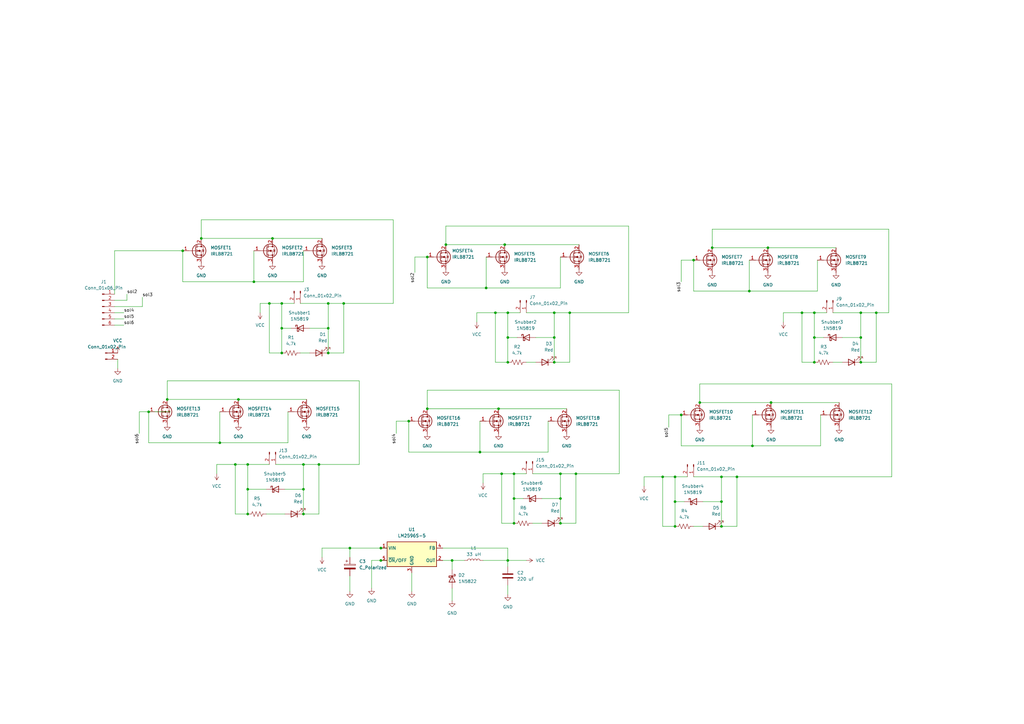
<source format=kicad_sch>
(kicad_sch (version 20230121) (generator eeschema)

  (uuid c5cfa2cd-8217-4cc7-84bd-4a928cc21c13)

  (paper "A3")

  (lib_symbols
    (symbol "Connector:Conn_01x02_Pin" (pin_names (offset 1.016) hide) (in_bom yes) (on_board yes)
      (property "Reference" "J" (at 0 2.54 0)
        (effects (font (size 1.27 1.27)))
      )
      (property "Value" "Conn_01x02_Pin" (at 0 -5.08 0)
        (effects (font (size 1.27 1.27)))
      )
      (property "Footprint" "" (at 0 0 0)
        (effects (font (size 1.27 1.27)) hide)
      )
      (property "Datasheet" "~" (at 0 0 0)
        (effects (font (size 1.27 1.27)) hide)
      )
      (property "ki_locked" "" (at 0 0 0)
        (effects (font (size 1.27 1.27)))
      )
      (property "ki_keywords" "connector" (at 0 0 0)
        (effects (font (size 1.27 1.27)) hide)
      )
      (property "ki_description" "Generic connector, single row, 01x02, script generated" (at 0 0 0)
        (effects (font (size 1.27 1.27)) hide)
      )
      (property "ki_fp_filters" "Connector*:*_1x??_*" (at 0 0 0)
        (effects (font (size 1.27 1.27)) hide)
      )
      (symbol "Conn_01x02_Pin_1_1"
        (polyline
          (pts
            (xy 1.27 -2.54)
            (xy 0.8636 -2.54)
          )
          (stroke (width 0.1524) (type default))
          (fill (type none))
        )
        (polyline
          (pts
            (xy 1.27 0)
            (xy 0.8636 0)
          )
          (stroke (width 0.1524) (type default))
          (fill (type none))
        )
        (rectangle (start 0.8636 -2.413) (end 0 -2.667)
          (stroke (width 0.1524) (type default))
          (fill (type outline))
        )
        (rectangle (start 0.8636 0.127) (end 0 -0.127)
          (stroke (width 0.1524) (type default))
          (fill (type outline))
        )
        (pin passive line (at 5.08 0 180) (length 3.81)
          (name "Pin_1" (effects (font (size 1.27 1.27))))
          (number "1" (effects (font (size 1.27 1.27))))
        )
        (pin passive line (at 5.08 -2.54 180) (length 3.81)
          (name "Pin_2" (effects (font (size 1.27 1.27))))
          (number "2" (effects (font (size 1.27 1.27))))
        )
      )
    )
    (symbol "Connector:Conn_01x06_Pin" (pin_names (offset 1.016) hide) (in_bom yes) (on_board yes)
      (property "Reference" "J" (at 0 7.62 0)
        (effects (font (size 1.27 1.27)))
      )
      (property "Value" "Conn_01x06_Pin" (at 0 -10.16 0)
        (effects (font (size 1.27 1.27)))
      )
      (property "Footprint" "" (at 0 0 0)
        (effects (font (size 1.27 1.27)) hide)
      )
      (property "Datasheet" "~" (at 0 0 0)
        (effects (font (size 1.27 1.27)) hide)
      )
      (property "ki_locked" "" (at 0 0 0)
        (effects (font (size 1.27 1.27)))
      )
      (property "ki_keywords" "connector" (at 0 0 0)
        (effects (font (size 1.27 1.27)) hide)
      )
      (property "ki_description" "Generic connector, single row, 01x06, script generated" (at 0 0 0)
        (effects (font (size 1.27 1.27)) hide)
      )
      (property "ki_fp_filters" "Connector*:*_1x??_*" (at 0 0 0)
        (effects (font (size 1.27 1.27)) hide)
      )
      (symbol "Conn_01x06_Pin_1_1"
        (polyline
          (pts
            (xy 1.27 -7.62)
            (xy 0.8636 -7.62)
          )
          (stroke (width 0.1524) (type default))
          (fill (type none))
        )
        (polyline
          (pts
            (xy 1.27 -5.08)
            (xy 0.8636 -5.08)
          )
          (stroke (width 0.1524) (type default))
          (fill (type none))
        )
        (polyline
          (pts
            (xy 1.27 -2.54)
            (xy 0.8636 -2.54)
          )
          (stroke (width 0.1524) (type default))
          (fill (type none))
        )
        (polyline
          (pts
            (xy 1.27 0)
            (xy 0.8636 0)
          )
          (stroke (width 0.1524) (type default))
          (fill (type none))
        )
        (polyline
          (pts
            (xy 1.27 2.54)
            (xy 0.8636 2.54)
          )
          (stroke (width 0.1524) (type default))
          (fill (type none))
        )
        (polyline
          (pts
            (xy 1.27 5.08)
            (xy 0.8636 5.08)
          )
          (stroke (width 0.1524) (type default))
          (fill (type none))
        )
        (rectangle (start 0.8636 -7.493) (end 0 -7.747)
          (stroke (width 0.1524) (type default))
          (fill (type outline))
        )
        (rectangle (start 0.8636 -4.953) (end 0 -5.207)
          (stroke (width 0.1524) (type default))
          (fill (type outline))
        )
        (rectangle (start 0.8636 -2.413) (end 0 -2.667)
          (stroke (width 0.1524) (type default))
          (fill (type outline))
        )
        (rectangle (start 0.8636 0.127) (end 0 -0.127)
          (stroke (width 0.1524) (type default))
          (fill (type outline))
        )
        (rectangle (start 0.8636 2.667) (end 0 2.413)
          (stroke (width 0.1524) (type default))
          (fill (type outline))
        )
        (rectangle (start 0.8636 5.207) (end 0 4.953)
          (stroke (width 0.1524) (type default))
          (fill (type outline))
        )
        (pin passive line (at 5.08 5.08 180) (length 3.81)
          (name "Pin_1" (effects (font (size 1.27 1.27))))
          (number "1" (effects (font (size 1.27 1.27))))
        )
        (pin passive line (at 5.08 2.54 180) (length 3.81)
          (name "Pin_2" (effects (font (size 1.27 1.27))))
          (number "2" (effects (font (size 1.27 1.27))))
        )
        (pin passive line (at 5.08 0 180) (length 3.81)
          (name "Pin_3" (effects (font (size 1.27 1.27))))
          (number "3" (effects (font (size 1.27 1.27))))
        )
        (pin passive line (at 5.08 -2.54 180) (length 3.81)
          (name "Pin_4" (effects (font (size 1.27 1.27))))
          (number "4" (effects (font (size 1.27 1.27))))
        )
        (pin passive line (at 5.08 -5.08 180) (length 3.81)
          (name "Pin_5" (effects (font (size 1.27 1.27))))
          (number "5" (effects (font (size 1.27 1.27))))
        )
        (pin passive line (at 5.08 -7.62 180) (length 3.81)
          (name "Pin_6" (effects (font (size 1.27 1.27))))
          (number "6" (effects (font (size 1.27 1.27))))
        )
      )
    )
    (symbol "Device:C" (pin_numbers hide) (pin_names (offset 0.254)) (in_bom yes) (on_board yes)
      (property "Reference" "C" (at 0.635 2.54 0)
        (effects (font (size 1.27 1.27)) (justify left))
      )
      (property "Value" "C" (at 0.635 -2.54 0)
        (effects (font (size 1.27 1.27)) (justify left))
      )
      (property "Footprint" "" (at 0.9652 -3.81 0)
        (effects (font (size 1.27 1.27)) hide)
      )
      (property "Datasheet" "~" (at 0 0 0)
        (effects (font (size 1.27 1.27)) hide)
      )
      (property "ki_keywords" "cap capacitor" (at 0 0 0)
        (effects (font (size 1.27 1.27)) hide)
      )
      (property "ki_description" "Unpolarized capacitor" (at 0 0 0)
        (effects (font (size 1.27 1.27)) hide)
      )
      (property "ki_fp_filters" "C_*" (at 0 0 0)
        (effects (font (size 1.27 1.27)) hide)
      )
      (symbol "C_0_1"
        (polyline
          (pts
            (xy -2.032 -0.762)
            (xy 2.032 -0.762)
          )
          (stroke (width 0.508) (type default))
          (fill (type none))
        )
        (polyline
          (pts
            (xy -2.032 0.762)
            (xy 2.032 0.762)
          )
          (stroke (width 0.508) (type default))
          (fill (type none))
        )
      )
      (symbol "C_1_1"
        (pin passive line (at 0 3.81 270) (length 2.794)
          (name "~" (effects (font (size 1.27 1.27))))
          (number "1" (effects (font (size 1.27 1.27))))
        )
        (pin passive line (at 0 -3.81 90) (length 2.794)
          (name "~" (effects (font (size 1.27 1.27))))
          (number "2" (effects (font (size 1.27 1.27))))
        )
      )
    )
    (symbol "Device:C_Polarized" (pin_numbers hide) (pin_names (offset 0.254)) (in_bom yes) (on_board yes)
      (property "Reference" "C" (at 0.635 2.54 0)
        (effects (font (size 1.27 1.27)) (justify left))
      )
      (property "Value" "C_Polarized" (at 0.635 -2.54 0)
        (effects (font (size 1.27 1.27)) (justify left))
      )
      (property "Footprint" "" (at 0.9652 -3.81 0)
        (effects (font (size 1.27 1.27)) hide)
      )
      (property "Datasheet" "~" (at 0 0 0)
        (effects (font (size 1.27 1.27)) hide)
      )
      (property "ki_keywords" "cap capacitor" (at 0 0 0)
        (effects (font (size 1.27 1.27)) hide)
      )
      (property "ki_description" "Polarized capacitor" (at 0 0 0)
        (effects (font (size 1.27 1.27)) hide)
      )
      (property "ki_fp_filters" "CP_*" (at 0 0 0)
        (effects (font (size 1.27 1.27)) hide)
      )
      (symbol "C_Polarized_0_1"
        (rectangle (start -2.286 0.508) (end 2.286 1.016)
          (stroke (width 0) (type default))
          (fill (type none))
        )
        (polyline
          (pts
            (xy -1.778 2.286)
            (xy -0.762 2.286)
          )
          (stroke (width 0) (type default))
          (fill (type none))
        )
        (polyline
          (pts
            (xy -1.27 2.794)
            (xy -1.27 1.778)
          )
          (stroke (width 0) (type default))
          (fill (type none))
        )
        (rectangle (start 2.286 -0.508) (end -2.286 -1.016)
          (stroke (width 0) (type default))
          (fill (type outline))
        )
      )
      (symbol "C_Polarized_1_1"
        (pin passive line (at 0 3.81 270) (length 2.794)
          (name "~" (effects (font (size 1.27 1.27))))
          (number "1" (effects (font (size 1.27 1.27))))
        )
        (pin passive line (at 0 -3.81 90) (length 2.794)
          (name "~" (effects (font (size 1.27 1.27))))
          (number "2" (effects (font (size 1.27 1.27))))
        )
      )
    )
    (symbol "Device:L" (pin_numbers hide) (pin_names (offset 1.016) hide) (in_bom yes) (on_board yes)
      (property "Reference" "L" (at -1.27 0 90)
        (effects (font (size 1.27 1.27)))
      )
      (property "Value" "L" (at 1.905 0 90)
        (effects (font (size 1.27 1.27)))
      )
      (property "Footprint" "" (at 0 0 0)
        (effects (font (size 1.27 1.27)) hide)
      )
      (property "Datasheet" "~" (at 0 0 0)
        (effects (font (size 1.27 1.27)) hide)
      )
      (property "ki_keywords" "inductor choke coil reactor magnetic" (at 0 0 0)
        (effects (font (size 1.27 1.27)) hide)
      )
      (property "ki_description" "Inductor" (at 0 0 0)
        (effects (font (size 1.27 1.27)) hide)
      )
      (property "ki_fp_filters" "Choke_* *Coil* Inductor_* L_*" (at 0 0 0)
        (effects (font (size 1.27 1.27)) hide)
      )
      (symbol "L_0_1"
        (arc (start 0 -2.54) (mid 0.6323 -1.905) (end 0 -1.27)
          (stroke (width 0) (type default))
          (fill (type none))
        )
        (arc (start 0 -1.27) (mid 0.6323 -0.635) (end 0 0)
          (stroke (width 0) (type default))
          (fill (type none))
        )
        (arc (start 0 0) (mid 0.6323 0.635) (end 0 1.27)
          (stroke (width 0) (type default))
          (fill (type none))
        )
        (arc (start 0 1.27) (mid 0.6323 1.905) (end 0 2.54)
          (stroke (width 0) (type default))
          (fill (type none))
        )
      )
      (symbol "L_1_1"
        (pin passive line (at 0 3.81 270) (length 1.27)
          (name "1" (effects (font (size 1.27 1.27))))
          (number "1" (effects (font (size 1.27 1.27))))
        )
        (pin passive line (at 0 -3.81 90) (length 1.27)
          (name "2" (effects (font (size 1.27 1.27))))
          (number "2" (effects (font (size 1.27 1.27))))
        )
      )
    )
    (symbol "Device:LED" (pin_numbers hide) (pin_names (offset 1.016) hide) (in_bom yes) (on_board yes)
      (property "Reference" "D" (at 0 2.54 0)
        (effects (font (size 1.27 1.27)))
      )
      (property "Value" "LED" (at 0 -2.54 0)
        (effects (font (size 1.27 1.27)))
      )
      (property "Footprint" "" (at 0 0 0)
        (effects (font (size 1.27 1.27)) hide)
      )
      (property "Datasheet" "~" (at 0 0 0)
        (effects (font (size 1.27 1.27)) hide)
      )
      (property "ki_keywords" "LED diode" (at 0 0 0)
        (effects (font (size 1.27 1.27)) hide)
      )
      (property "ki_description" "Light emitting diode" (at 0 0 0)
        (effects (font (size 1.27 1.27)) hide)
      )
      (property "ki_fp_filters" "LED* LED_SMD:* LED_THT:*" (at 0 0 0)
        (effects (font (size 1.27 1.27)) hide)
      )
      (symbol "LED_0_1"
        (polyline
          (pts
            (xy -1.27 -1.27)
            (xy -1.27 1.27)
          )
          (stroke (width 0.254) (type default))
          (fill (type none))
        )
        (polyline
          (pts
            (xy -1.27 0)
            (xy 1.27 0)
          )
          (stroke (width 0) (type default))
          (fill (type none))
        )
        (polyline
          (pts
            (xy 1.27 -1.27)
            (xy 1.27 1.27)
            (xy -1.27 0)
            (xy 1.27 -1.27)
          )
          (stroke (width 0.254) (type default))
          (fill (type none))
        )
        (polyline
          (pts
            (xy -3.048 -0.762)
            (xy -4.572 -2.286)
            (xy -3.81 -2.286)
            (xy -4.572 -2.286)
            (xy -4.572 -1.524)
          )
          (stroke (width 0) (type default))
          (fill (type none))
        )
        (polyline
          (pts
            (xy -1.778 -0.762)
            (xy -3.302 -2.286)
            (xy -2.54 -2.286)
            (xy -3.302 -2.286)
            (xy -3.302 -1.524)
          )
          (stroke (width 0) (type default))
          (fill (type none))
        )
      )
      (symbol "LED_1_1"
        (pin passive line (at -3.81 0 0) (length 2.54)
          (name "K" (effects (font (size 1.27 1.27))))
          (number "1" (effects (font (size 1.27 1.27))))
        )
        (pin passive line (at 3.81 0 180) (length 2.54)
          (name "A" (effects (font (size 1.27 1.27))))
          (number "2" (effects (font (size 1.27 1.27))))
        )
      )
    )
    (symbol "Device:R_US" (pin_numbers hide) (pin_names (offset 0)) (in_bom yes) (on_board yes)
      (property "Reference" "R" (at 2.54 0 90)
        (effects (font (size 1.27 1.27)))
      )
      (property "Value" "R_US" (at -2.54 0 90)
        (effects (font (size 1.27 1.27)))
      )
      (property "Footprint" "" (at 1.016 -0.254 90)
        (effects (font (size 1.27 1.27)) hide)
      )
      (property "Datasheet" "~" (at 0 0 0)
        (effects (font (size 1.27 1.27)) hide)
      )
      (property "ki_keywords" "R res resistor" (at 0 0 0)
        (effects (font (size 1.27 1.27)) hide)
      )
      (property "ki_description" "Resistor, US symbol" (at 0 0 0)
        (effects (font (size 1.27 1.27)) hide)
      )
      (property "ki_fp_filters" "R_*" (at 0 0 0)
        (effects (font (size 1.27 1.27)) hide)
      )
      (symbol "R_US_0_1"
        (polyline
          (pts
            (xy 0 -2.286)
            (xy 0 -2.54)
          )
          (stroke (width 0) (type default))
          (fill (type none))
        )
        (polyline
          (pts
            (xy 0 2.286)
            (xy 0 2.54)
          )
          (stroke (width 0) (type default))
          (fill (type none))
        )
        (polyline
          (pts
            (xy 0 -0.762)
            (xy 1.016 -1.143)
            (xy 0 -1.524)
            (xy -1.016 -1.905)
            (xy 0 -2.286)
          )
          (stroke (width 0) (type default))
          (fill (type none))
        )
        (polyline
          (pts
            (xy 0 0.762)
            (xy 1.016 0.381)
            (xy 0 0)
            (xy -1.016 -0.381)
            (xy 0 -0.762)
          )
          (stroke (width 0) (type default))
          (fill (type none))
        )
        (polyline
          (pts
            (xy 0 2.286)
            (xy 1.016 1.905)
            (xy 0 1.524)
            (xy -1.016 1.143)
            (xy 0 0.762)
          )
          (stroke (width 0) (type default))
          (fill (type none))
        )
      )
      (symbol "R_US_1_1"
        (pin passive line (at 0 3.81 270) (length 1.27)
          (name "~" (effects (font (size 1.27 1.27))))
          (number "1" (effects (font (size 1.27 1.27))))
        )
        (pin passive line (at 0 -3.81 90) (length 1.27)
          (name "~" (effects (font (size 1.27 1.27))))
          (number "2" (effects (font (size 1.27 1.27))))
        )
      )
    )
    (symbol "Diode:1N5819" (pin_numbers hide) (pin_names (offset 1.016) hide) (in_bom yes) (on_board yes)
      (property "Reference" "D" (at 0 2.54 0)
        (effects (font (size 1.27 1.27)))
      )
      (property "Value" "1N5819" (at 0 -2.54 0)
        (effects (font (size 1.27 1.27)))
      )
      (property "Footprint" "Diode_THT:D_DO-41_SOD81_P10.16mm_Horizontal" (at 0 -4.445 0)
        (effects (font (size 1.27 1.27)) hide)
      )
      (property "Datasheet" "http://www.vishay.com/docs/88525/1n5817.pdf" (at 0 0 0)
        (effects (font (size 1.27 1.27)) hide)
      )
      (property "ki_keywords" "diode Schottky" (at 0 0 0)
        (effects (font (size 1.27 1.27)) hide)
      )
      (property "ki_description" "40V 1A Schottky Barrier Rectifier Diode, DO-41" (at 0 0 0)
        (effects (font (size 1.27 1.27)) hide)
      )
      (property "ki_fp_filters" "D*DO?41*" (at 0 0 0)
        (effects (font (size 1.27 1.27)) hide)
      )
      (symbol "1N5819_0_1"
        (polyline
          (pts
            (xy 1.27 0)
            (xy -1.27 0)
          )
          (stroke (width 0) (type default))
          (fill (type none))
        )
        (polyline
          (pts
            (xy 1.27 1.27)
            (xy 1.27 -1.27)
            (xy -1.27 0)
            (xy 1.27 1.27)
          )
          (stroke (width 0.254) (type default))
          (fill (type none))
        )
        (polyline
          (pts
            (xy -1.905 0.635)
            (xy -1.905 1.27)
            (xy -1.27 1.27)
            (xy -1.27 -1.27)
            (xy -0.635 -1.27)
            (xy -0.635 -0.635)
          )
          (stroke (width 0.254) (type default))
          (fill (type none))
        )
      )
      (symbol "1N5819_1_1"
        (pin passive line (at -3.81 0 0) (length 2.54)
          (name "K" (effects (font (size 1.27 1.27))))
          (number "1" (effects (font (size 1.27 1.27))))
        )
        (pin passive line (at 3.81 0 180) (length 2.54)
          (name "A" (effects (font (size 1.27 1.27))))
          (number "2" (effects (font (size 1.27 1.27))))
        )
      )
    )
    (symbol "Diode:1N5822" (pin_numbers hide) (pin_names (offset 1.016) hide) (in_bom yes) (on_board yes)
      (property "Reference" "D" (at 0 2.54 0)
        (effects (font (size 1.27 1.27)))
      )
      (property "Value" "1N5822" (at 0 -2.54 0)
        (effects (font (size 1.27 1.27)))
      )
      (property "Footprint" "Diode_THT:D_DO-201AD_P15.24mm_Horizontal" (at 0 -4.445 0)
        (effects (font (size 1.27 1.27)) hide)
      )
      (property "Datasheet" "http://www.vishay.com/docs/88526/1n5820.pdf" (at 0 0 0)
        (effects (font (size 1.27 1.27)) hide)
      )
      (property "ki_keywords" "diode Schottky" (at 0 0 0)
        (effects (font (size 1.27 1.27)) hide)
      )
      (property "ki_description" "40V 3A Schottky Barrier Rectifier Diode, DO-201AD" (at 0 0 0)
        (effects (font (size 1.27 1.27)) hide)
      )
      (property "ki_fp_filters" "D*DO?201AD*" (at 0 0 0)
        (effects (font (size 1.27 1.27)) hide)
      )
      (symbol "1N5822_0_1"
        (polyline
          (pts
            (xy 1.27 0)
            (xy -1.27 0)
          )
          (stroke (width 0) (type default))
          (fill (type none))
        )
        (polyline
          (pts
            (xy 1.27 1.27)
            (xy 1.27 -1.27)
            (xy -1.27 0)
            (xy 1.27 1.27)
          )
          (stroke (width 0.254) (type default))
          (fill (type none))
        )
        (polyline
          (pts
            (xy -1.905 0.635)
            (xy -1.905 1.27)
            (xy -1.27 1.27)
            (xy -1.27 -1.27)
            (xy -0.635 -1.27)
            (xy -0.635 -0.635)
          )
          (stroke (width 0.254) (type default))
          (fill (type none))
        )
      )
      (symbol "1N5822_1_1"
        (pin passive line (at -3.81 0 0) (length 2.54)
          (name "K" (effects (font (size 1.27 1.27))))
          (number "1" (effects (font (size 1.27 1.27))))
        )
        (pin passive line (at 3.81 0 180) (length 2.54)
          (name "A" (effects (font (size 1.27 1.27))))
          (number "2" (effects (font (size 1.27 1.27))))
        )
      )
    )
    (symbol "Regulator_Switching:LM2596S-5" (in_bom yes) (on_board yes)
      (property "Reference" "U" (at -10.16 6.35 0)
        (effects (font (size 1.27 1.27)) (justify left))
      )
      (property "Value" "LM2596S-5" (at 0 6.35 0)
        (effects (font (size 1.27 1.27)) (justify left))
      )
      (property "Footprint" "Package_TO_SOT_SMD:TO-263-5_TabPin3" (at 1.27 -6.35 0)
        (effects (font (size 1.27 1.27) italic) (justify left) hide)
      )
      (property "Datasheet" "http://www.ti.com/lit/ds/symlink/lm2596.pdf" (at 0 0 0)
        (effects (font (size 1.27 1.27)) hide)
      )
      (property "ki_keywords" "Step-Down Voltage Regulator 5V 3A" (at 0 0 0)
        (effects (font (size 1.27 1.27)) hide)
      )
      (property "ki_description" "5V 3A Step-Down Voltage Regulator, TO-263" (at 0 0 0)
        (effects (font (size 1.27 1.27)) hide)
      )
      (property "ki_fp_filters" "TO?263*" (at 0 0 0)
        (effects (font (size 1.27 1.27)) hide)
      )
      (symbol "LM2596S-5_0_1"
        (rectangle (start -10.16 5.08) (end 10.16 -5.08)
          (stroke (width 0.254) (type default))
          (fill (type background))
        )
      )
      (symbol "LM2596S-5_1_1"
        (pin power_in line (at -12.7 2.54 0) (length 2.54)
          (name "VIN" (effects (font (size 1.27 1.27))))
          (number "1" (effects (font (size 1.27 1.27))))
        )
        (pin output line (at 12.7 -2.54 180) (length 2.54)
          (name "OUT" (effects (font (size 1.27 1.27))))
          (number "2" (effects (font (size 1.27 1.27))))
        )
        (pin power_in line (at 0 -7.62 90) (length 2.54)
          (name "GND" (effects (font (size 1.27 1.27))))
          (number "3" (effects (font (size 1.27 1.27))))
        )
        (pin input line (at 12.7 2.54 180) (length 2.54)
          (name "FB" (effects (font (size 1.27 1.27))))
          (number "4" (effects (font (size 1.27 1.27))))
        )
        (pin input line (at -12.7 -2.54 0) (length 2.54)
          (name "~{ON}/OFF" (effects (font (size 1.27 1.27))))
          (number "5" (effects (font (size 1.27 1.27))))
        )
      )
    )
    (symbol "Transistor_FET:IRLB8721PBF" (pin_names hide) (in_bom yes) (on_board yes)
      (property "Reference" "Q" (at 6.35 1.905 0)
        (effects (font (size 1.27 1.27)) (justify left))
      )
      (property "Value" "IRLB8721PBF" (at 6.35 0 0)
        (effects (font (size 1.27 1.27)) (justify left))
      )
      (property "Footprint" "Package_TO_SOT_THT:TO-220-3_Vertical" (at 6.35 -1.905 0)
        (effects (font (size 1.27 1.27) italic) (justify left) hide)
      )
      (property "Datasheet" "http://www.infineon.com/dgdl/irlb8721pbf.pdf?fileId=5546d462533600a40153566056732591" (at 0 0 0)
        (effects (font (size 1.27 1.27)) (justify left) hide)
      )
      (property "ki_keywords" "N-Channel HEXFET MOSFET Logic-Level" (at 0 0 0)
        (effects (font (size 1.27 1.27)) hide)
      )
      (property "ki_description" "62A Id, 30V Vds, 8.7 mOhm Rds, N-Channel HEXFET Power MOSFET, TO-220" (at 0 0 0)
        (effects (font (size 1.27 1.27)) hide)
      )
      (property "ki_fp_filters" "TO?220*" (at 0 0 0)
        (effects (font (size 1.27 1.27)) hide)
      )
      (symbol "IRLB8721PBF_0_1"
        (polyline
          (pts
            (xy 0.254 0)
            (xy -2.54 0)
          )
          (stroke (width 0) (type default))
          (fill (type none))
        )
        (polyline
          (pts
            (xy 0.254 1.905)
            (xy 0.254 -1.905)
          )
          (stroke (width 0.254) (type default))
          (fill (type none))
        )
        (polyline
          (pts
            (xy 0.762 -1.27)
            (xy 0.762 -2.286)
          )
          (stroke (width 0.254) (type default))
          (fill (type none))
        )
        (polyline
          (pts
            (xy 0.762 0.508)
            (xy 0.762 -0.508)
          )
          (stroke (width 0.254) (type default))
          (fill (type none))
        )
        (polyline
          (pts
            (xy 0.762 2.286)
            (xy 0.762 1.27)
          )
          (stroke (width 0.254) (type default))
          (fill (type none))
        )
        (polyline
          (pts
            (xy 2.54 2.54)
            (xy 2.54 1.778)
          )
          (stroke (width 0) (type default))
          (fill (type none))
        )
        (polyline
          (pts
            (xy 2.54 -2.54)
            (xy 2.54 0)
            (xy 0.762 0)
          )
          (stroke (width 0) (type default))
          (fill (type none))
        )
        (polyline
          (pts
            (xy 0.762 -1.778)
            (xy 3.302 -1.778)
            (xy 3.302 1.778)
            (xy 0.762 1.778)
          )
          (stroke (width 0) (type default))
          (fill (type none))
        )
        (polyline
          (pts
            (xy 1.016 0)
            (xy 2.032 0.381)
            (xy 2.032 -0.381)
            (xy 1.016 0)
          )
          (stroke (width 0) (type default))
          (fill (type outline))
        )
        (polyline
          (pts
            (xy 2.794 0.508)
            (xy 2.921 0.381)
            (xy 3.683 0.381)
            (xy 3.81 0.254)
          )
          (stroke (width 0) (type default))
          (fill (type none))
        )
        (polyline
          (pts
            (xy 3.302 0.381)
            (xy 2.921 -0.254)
            (xy 3.683 -0.254)
            (xy 3.302 0.381)
          )
          (stroke (width 0) (type default))
          (fill (type none))
        )
        (circle (center 1.651 0) (radius 2.794)
          (stroke (width 0.254) (type default))
          (fill (type none))
        )
        (circle (center 2.54 -1.778) (radius 0.254)
          (stroke (width 0) (type default))
          (fill (type outline))
        )
        (circle (center 2.54 1.778) (radius 0.254)
          (stroke (width 0) (type default))
          (fill (type outline))
        )
      )
      (symbol "IRLB8721PBF_1_1"
        (pin input line (at -5.08 0 0) (length 2.54)
          (name "G" (effects (font (size 1.27 1.27))))
          (number "1" (effects (font (size 1.27 1.27))))
        )
        (pin passive line (at 2.54 5.08 270) (length 2.54)
          (name "D" (effects (font (size 1.27 1.27))))
          (number "2" (effects (font (size 1.27 1.27))))
        )
        (pin passive line (at 2.54 -5.08 90) (length 2.54)
          (name "S" (effects (font (size 1.27 1.27))))
          (number "3" (effects (font (size 1.27 1.27))))
        )
      )
    )
    (symbol "power:GND" (power) (pin_names (offset 0)) (in_bom yes) (on_board yes)
      (property "Reference" "#PWR" (at 0 -6.35 0)
        (effects (font (size 1.27 1.27)) hide)
      )
      (property "Value" "GND" (at 0 -3.81 0)
        (effects (font (size 1.27 1.27)))
      )
      (property "Footprint" "" (at 0 0 0)
        (effects (font (size 1.27 1.27)) hide)
      )
      (property "Datasheet" "" (at 0 0 0)
        (effects (font (size 1.27 1.27)) hide)
      )
      (property "ki_keywords" "global power" (at 0 0 0)
        (effects (font (size 1.27 1.27)) hide)
      )
      (property "ki_description" "Power symbol creates a global label with name \"GND\" , ground" (at 0 0 0)
        (effects (font (size 1.27 1.27)) hide)
      )
      (symbol "GND_0_1"
        (polyline
          (pts
            (xy 0 0)
            (xy 0 -1.27)
            (xy 1.27 -1.27)
            (xy 0 -2.54)
            (xy -1.27 -1.27)
            (xy 0 -1.27)
          )
          (stroke (width 0) (type default))
          (fill (type none))
        )
      )
      (symbol "GND_1_1"
        (pin power_in line (at 0 0 270) (length 0) hide
          (name "GND" (effects (font (size 1.27 1.27))))
          (number "1" (effects (font (size 1.27 1.27))))
        )
      )
    )
    (symbol "power:VCC" (power) (pin_names (offset 0)) (in_bom yes) (on_board yes)
      (property "Reference" "#PWR" (at 0 -3.81 0)
        (effects (font (size 1.27 1.27)) hide)
      )
      (property "Value" "VCC" (at 0 3.81 0)
        (effects (font (size 1.27 1.27)))
      )
      (property "Footprint" "" (at 0 0 0)
        (effects (font (size 1.27 1.27)) hide)
      )
      (property "Datasheet" "" (at 0 0 0)
        (effects (font (size 1.27 1.27)) hide)
      )
      (property "ki_keywords" "global power" (at 0 0 0)
        (effects (font (size 1.27 1.27)) hide)
      )
      (property "ki_description" "Power symbol creates a global label with name \"VCC\"" (at 0 0 0)
        (effects (font (size 1.27 1.27)) hide)
      )
      (symbol "VCC_0_1"
        (polyline
          (pts
            (xy -0.762 1.27)
            (xy 0 2.54)
          )
          (stroke (width 0) (type default))
          (fill (type none))
        )
        (polyline
          (pts
            (xy 0 0)
            (xy 0 2.54)
          )
          (stroke (width 0) (type default))
          (fill (type none))
        )
        (polyline
          (pts
            (xy 0 2.54)
            (xy 0.762 1.27)
          )
          (stroke (width 0) (type default))
          (fill (type none))
        )
      )
      (symbol "VCC_1_1"
        (pin power_in line (at 0 0 90) (length 0) hide
          (name "VCC" (effects (font (size 1.27 1.27))))
          (number "1" (effects (font (size 1.27 1.27))))
        )
      )
    )
  )

  (junction (at 353.06 138.43) (diameter 0) (color 0 0 0 0)
    (uuid 00b24af0-810d-450b-bb48-9902b13ba239)
  )
  (junction (at 207.01 100.33) (diameter 0) (color 0 0 0 0)
    (uuid 0598af01-f3f2-4de0-b5db-d8e8fc610a6a)
  )
  (junction (at 292.1 101.6) (diameter 0) (color 0 0 0 0)
    (uuid 05e0ef33-38f9-4320-b1cd-a16438bd05f9)
  )
  (junction (at 334.01 138.43) (diameter 0) (color 0 0 0 0)
    (uuid 08935d51-2ed2-4763-9ee3-74d3b5d92f80)
  )
  (junction (at 236.22 194.31) (diameter 0) (color 0 0 0 0)
    (uuid 13d1d37e-f16f-4ac0-92a8-896ce429623c)
  )
  (junction (at 204.47 167.64) (diameter 0) (color 0 0 0 0)
    (uuid 15c05945-ed1f-4ff9-93ae-5bafbbc518ec)
  )
  (junction (at 208.28 138.43) (diameter 0) (color 0 0 0 0)
    (uuid 1948238b-cdab-4884-8eab-6b3f2cd17926)
  )
  (junction (at 279.4 170.18) (diameter 0) (color 0 0 0 0)
    (uuid 196d155d-8253-4e29-bf13-fe1dc918ccf6)
  )
  (junction (at 97.79 163.83) (diameter 0) (color 0 0 0 0)
    (uuid 1bc7ae5a-544a-4294-8669-1ba57976d442)
  )
  (junction (at 302.26 195.58) (diameter 0) (color 0 0 0 0)
    (uuid 208e2343-cc12-4a7c-ae0c-6152286b0552)
  )
  (junction (at 205.74 194.31) (diameter 0) (color 0 0 0 0)
    (uuid 2560ac4c-9674-408a-9c99-65d0d1ac2eea)
  )
  (junction (at 101.6 190.5) (diameter 0) (color 0 0 0 0)
    (uuid 2901e07e-dd8c-4bde-9477-47a32ae87879)
  )
  (junction (at 227.33 128.27) (diameter 0) (color 0 0 0 0)
    (uuid 2fc5a24a-387e-4d86-bb98-eb44ce52962f)
  )
  (junction (at 308.61 182.88) (diameter 0) (color 0 0 0 0)
    (uuid 30b72659-aac4-442f-926d-3afd2dc6d104)
  )
  (junction (at 210.82 214.63) (diameter 0) (color 0 0 0 0)
    (uuid 31079184-aa96-4e24-995f-b05cde15e8df)
  )
  (junction (at 182.88 100.33) (diameter 0) (color 0 0 0 0)
    (uuid 34dad5c2-9359-4f5b-96f8-3052a9596b80)
  )
  (junction (at 314.96 101.6) (diameter 0) (color 0 0 0 0)
    (uuid 38aa1a30-1124-4bcf-aaf9-f698d5c0d31e)
  )
  (junction (at 208.28 148.59) (diameter 0) (color 0 0 0 0)
    (uuid 3b4425ed-f53f-43e9-a64f-77efaf4bcdc7)
  )
  (junction (at 276.86 195.58) (diameter 0) (color 0 0 0 0)
    (uuid 3bc3006b-40c7-4d7a-b176-501ca9412412)
  )
  (junction (at 156.21 229.87) (diameter 0) (color 0 0 0 0)
    (uuid 402ea8e0-b574-475c-ba89-795eeeedf2f2)
  )
  (junction (at 208.28 128.27) (diameter 0) (color 0 0 0 0)
    (uuid 407be058-9a7f-4281-8d2d-5663d2bc5b8c)
  )
  (junction (at 353.06 128.27) (diameter 0) (color 0 0 0 0)
    (uuid 432a6e99-a1d6-4c5d-9b82-3360ba01de56)
  )
  (junction (at 115.57 144.78) (diameter 0) (color 0 0 0 0)
    (uuid 44615607-3e7c-4cf8-9ea8-9b18a9f9d386)
  )
  (junction (at 328.93 128.27) (diameter 0) (color 0 0 0 0)
    (uuid 44cc94ac-cb7a-4681-b435-6d9b642e2151)
  )
  (junction (at 316.23 165.1) (diameter 0) (color 0 0 0 0)
    (uuid 47a391e0-b22b-4f21-bc07-c2919864140c)
  )
  (junction (at 227.33 138.43) (diameter 0) (color 0 0 0 0)
    (uuid 4c13d8e8-f2bf-48ee-b3bc-ed141e2c1f40)
  )
  (junction (at 334.01 148.59) (diameter 0) (color 0 0 0 0)
    (uuid 4ccdc732-ff3b-4a46-bebe-ab9a87eb75a9)
  )
  (junction (at 134.62 134.62) (diameter 0) (color 0 0 0 0)
    (uuid 4e676688-c58e-42f6-a9a2-757a0ad125bf)
  )
  (junction (at 60.96 168.91) (diameter 0) (color 0 0 0 0)
    (uuid 4fcdfce8-a679-442c-829d-ce080afc8baa)
  )
  (junction (at 295.91 195.58) (diameter 0) (color 0 0 0 0)
    (uuid 58c4345b-a080-48ac-98bb-81769425dc43)
  )
  (junction (at 353.06 148.59) (diameter 0) (color 0 0 0 0)
    (uuid 5d8c9f9f-496c-4731-8964-909bb7fcda51)
  )
  (junction (at 199.39 118.11) (diameter 0) (color 0 0 0 0)
    (uuid 5e3f2b71-23c1-425f-88fc-8124a6458547)
  )
  (junction (at 124.46 210.82) (diameter 0) (color 0 0 0 0)
    (uuid 5e65b809-a678-4bbc-96d2-376378017bae)
  )
  (junction (at 111.76 97.79) (diameter 0) (color 0 0 0 0)
    (uuid 5fdcaf02-d5e9-44bf-ab29-e46f366db3a7)
  )
  (junction (at 334.01 128.27) (diameter 0) (color 0 0 0 0)
    (uuid 6398923d-a079-49a4-a0c8-88843432ea53)
  )
  (junction (at 74.93 102.87) (diameter 0) (color 0 0 0 0)
    (uuid 670da78b-a22d-4bbf-af9c-b387a34e0eee)
  )
  (junction (at 227.33 148.59) (diameter 0) (color 0 0 0 0)
    (uuid 68b0993b-d632-448f-90da-fc37de181c87)
  )
  (junction (at 124.46 200.66) (diameter 0) (color 0 0 0 0)
    (uuid 6a9819f2-4253-4b06-a8f6-8cb71d7e56c1)
  )
  (junction (at 156.21 224.79) (diameter 0) (color 0 0 0 0)
    (uuid 72b3acfc-5097-4304-9328-debfe98cffe7)
  )
  (junction (at 143.51 224.79) (diameter 0) (color 0 0 0 0)
    (uuid 755d16d3-e7d5-4529-8ed4-8a4b5aa54081)
  )
  (junction (at 134.62 144.78) (diameter 0) (color 0 0 0 0)
    (uuid 84308e34-b93b-4fc8-b702-cd70d7e5f2a8)
  )
  (junction (at 104.14 115.57) (diameter 0) (color 0 0 0 0)
    (uuid 897039f7-4bcc-4d12-979b-a3ff81aaa2b1)
  )
  (junction (at 229.87 214.63) (diameter 0) (color 0 0 0 0)
    (uuid 8cebff17-c587-4669-a99d-ad96726513ea)
  )
  (junction (at 276.86 215.9) (diameter 0) (color 0 0 0 0)
    (uuid 8d200733-0c54-4b57-9ecb-4c86315e33d7)
  )
  (junction (at 130.81 190.5) (diameter 0) (color 0 0 0 0)
    (uuid 8e1090d5-9d4f-4d4c-b1dd-7ca58de29879)
  )
  (junction (at 276.86 205.74) (diameter 0) (color 0 0 0 0)
    (uuid 94d4a5bc-e559-40f7-9cb2-0e7273287646)
  )
  (junction (at 233.68 128.27) (diameter 0) (color 0 0 0 0)
    (uuid 98380c00-06de-420b-9a84-b12c85943286)
  )
  (junction (at 307.34 119.38) (diameter 0) (color 0 0 0 0)
    (uuid 9aa2793b-d4f3-49a8-865a-cc5f5419131c)
  )
  (junction (at 295.91 205.74) (diameter 0) (color 0 0 0 0)
    (uuid 9b79b008-60ed-4d19-9367-915d781563ba)
  )
  (junction (at 210.82 204.47) (diameter 0) (color 0 0 0 0)
    (uuid 9ca9966b-2389-4db5-aad3-face8b581aa4)
  )
  (junction (at 175.26 167.64) (diameter 0) (color 0 0 0 0)
    (uuid 9ef9410d-ce70-4a6a-8175-74aab4a6d60b)
  )
  (junction (at 229.87 194.31) (diameter 0) (color 0 0 0 0)
    (uuid 9f1b0d55-cde6-4407-a547-7bf214ef2b1f)
  )
  (junction (at 185.42 229.87) (diameter 0) (color 0 0 0 0)
    (uuid a19804ed-113f-48f9-99b0-974cdd20e799)
  )
  (junction (at 284.48 106.68) (diameter 0) (color 0 0 0 0)
    (uuid a21bee36-9e68-481f-a05c-81d5ea0d4c5c)
  )
  (junction (at 115.57 124.46) (diameter 0) (color 0 0 0 0)
    (uuid a5f0d2ca-1d2d-4ed6-b598-d4f0f8934555)
  )
  (junction (at 101.6 200.66) (diameter 0) (color 0 0 0 0)
    (uuid a7097325-c883-4884-805e-8bc4febdf2ed)
  )
  (junction (at 115.57 134.62) (diameter 0) (color 0 0 0 0)
    (uuid a784b512-93e6-4e61-a3d5-230a1e96d9d2)
  )
  (junction (at 196.85 185.42) (diameter 0) (color 0 0 0 0)
    (uuid a8812c7d-906f-43d8-aac8-a8e92d995bb3)
  )
  (junction (at 96.52 190.5) (diameter 0) (color 0 0 0 0)
    (uuid b44d294d-27f6-41ad-9284-1d55cb6e5232)
  )
  (junction (at 203.2 128.27) (diameter 0) (color 0 0 0 0)
    (uuid b831b7a4-b27b-4439-a760-2a1c1bdd8ae9)
  )
  (junction (at 210.82 194.31) (diameter 0) (color 0 0 0 0)
    (uuid b87d1eb7-aa13-491c-99c5-e8da656229ca)
  )
  (junction (at 359.41 128.27) (diameter 0) (color 0 0 0 0)
    (uuid b9f97b23-505c-472b-9ee3-695d241dcd96)
  )
  (junction (at 101.6 210.82) (diameter 0) (color 0 0 0 0)
    (uuid bccffc11-22eb-4fd9-bc9d-a95972832b0a)
  )
  (junction (at 90.17 181.61) (diameter 0) (color 0 0 0 0)
    (uuid c3fce425-f6de-4e70-8559-436cd6c6ce7d)
  )
  (junction (at 134.62 124.46) (diameter 0) (color 0 0 0 0)
    (uuid cc8c3921-af49-423c-a5ec-d3a4166c1ad5)
  )
  (junction (at 68.58 163.83) (diameter 0) (color 0 0 0 0)
    (uuid cd77902d-6bc1-4d51-8f1c-2b4b457c8ceb)
  )
  (junction (at 208.28 229.87) (diameter 0) (color 0 0 0 0)
    (uuid cdede1dd-80b1-4c91-bf6c-53139c8bc1e8)
  )
  (junction (at 175.26 105.41) (diameter 0) (color 0 0 0 0)
    (uuid d1ea9008-f437-48b2-8b1e-5a34e2c53313)
  )
  (junction (at 271.78 195.58) (diameter 0) (color 0 0 0 0)
    (uuid d48a8b39-9061-46e5-81bb-c526648102a9)
  )
  (junction (at 110.49 124.46) (diameter 0) (color 0 0 0 0)
    (uuid e4d89d8b-f5c1-4922-94fd-98f50aaf3faa)
  )
  (junction (at 295.91 215.9) (diameter 0) (color 0 0 0 0)
    (uuid e51fd88d-5a79-4054-bc7a-e86e5a061f04)
  )
  (junction (at 167.64 172.72) (diameter 0) (color 0 0 0 0)
    (uuid e6b4eda2-dea5-4533-870d-5eb63aaee040)
  )
  (junction (at 82.55 97.79) (diameter 0) (color 0 0 0 0)
    (uuid eae34ade-3d0f-4e44-9527-ec8979df642c)
  )
  (junction (at 124.46 190.5) (diameter 0) (color 0 0 0 0)
    (uuid ee8d3bb8-1eb0-46ef-aa19-6b62eba740bf)
  )
  (junction (at 287.02 165.1) (diameter 0) (color 0 0 0 0)
    (uuid ef8e52dd-f90d-4486-99e5-666f5b81f7c1)
  )
  (junction (at 229.87 204.47) (diameter 0) (color 0 0 0 0)
    (uuid f6cdf298-32f9-451b-893c-ff48ecc5e13d)
  )
  (junction (at 140.97 124.46) (diameter 0) (color 0 0 0 0)
    (uuid f990085c-5d9c-42c2-84c2-5cd6ebf7256b)
  )

  (wire (pts (xy 97.79 163.83) (xy 125.73 163.83))
    (stroke (width 0) (type default))
    (uuid 0076d2eb-1aa6-4b51-8c9f-ed1d633ab35c)
  )
  (wire (pts (xy 203.2 128.27) (xy 208.28 128.27))
    (stroke (width 0) (type default))
    (uuid 04dc5455-0ef8-4468-aa64-d23cc93e1bd1)
  )
  (wire (pts (xy 334.01 128.27) (xy 339.09 128.27))
    (stroke (width 0) (type default))
    (uuid 0565132e-dc36-42f2-8710-0d783f7e59aa)
  )
  (wire (pts (xy 132.08 224.79) (xy 143.51 224.79))
    (stroke (width 0) (type default))
    (uuid 060aa3b7-1298-420c-b67b-0d1662514014)
  )
  (wire (pts (xy 68.58 156.21) (xy 147.32 156.21))
    (stroke (width 0) (type default))
    (uuid 0694ce98-bec4-4975-b5a6-03a907bc1f89)
  )
  (wire (pts (xy 143.51 224.79) (xy 143.51 228.6))
    (stroke (width 0) (type default))
    (uuid 0882ac29-305a-4392-9c65-c62cdd8413c7)
  )
  (wire (pts (xy 208.28 224.79) (xy 208.28 229.87))
    (stroke (width 0) (type default))
    (uuid 0a68327e-aa94-4f54-b235-56bb0cc93e92)
  )
  (wire (pts (xy 116.84 200.66) (xy 124.46 200.66))
    (stroke (width 0) (type default))
    (uuid 0b86c0ea-50b8-4a33-9803-b54a0a7845c1)
  )
  (wire (pts (xy 182.88 92.71) (xy 257.81 92.71))
    (stroke (width 0) (type default))
    (uuid 0bd7ea03-72e0-4f8d-bc9d-686838a37827)
  )
  (wire (pts (xy 276.86 205.74) (xy 280.67 205.74))
    (stroke (width 0) (type default))
    (uuid 120a1a0b-42a3-451d-a2ce-5032e04b3a7a)
  )
  (wire (pts (xy 210.82 214.63) (xy 205.74 214.63))
    (stroke (width 0) (type default))
    (uuid 12bb4f4c-8e6d-4fc1-af6a-e323cb094b3b)
  )
  (wire (pts (xy 302.26 195.58) (xy 302.26 215.9))
    (stroke (width 0) (type default))
    (uuid 134f22c1-2e72-46ce-b135-7453ecea7feb)
  )
  (wire (pts (xy 115.57 124.46) (xy 120.65 124.46))
    (stroke (width 0) (type default))
    (uuid 13851cf0-2c62-47ef-95f0-c74c21aaf50f)
  )
  (wire (pts (xy 124.46 190.5) (xy 124.46 200.66))
    (stroke (width 0) (type default))
    (uuid 13f94220-0136-4eec-844c-a6476846d800)
  )
  (wire (pts (xy 279.4 106.68) (xy 284.48 106.68))
    (stroke (width 0) (type default))
    (uuid 1423529f-f90c-4791-bff1-712f894b9674)
  )
  (wire (pts (xy 124.46 210.82) (xy 124.46 200.66))
    (stroke (width 0) (type default))
    (uuid 15038619-a68e-45be-97c4-5effa3632f5f)
  )
  (wire (pts (xy 68.58 163.83) (xy 68.58 156.21))
    (stroke (width 0) (type default))
    (uuid 154d6fff-ab4b-4595-a3cf-239f14fc4013)
  )
  (wire (pts (xy 58.42 125.73) (xy 58.42 121.92))
    (stroke (width 0) (type default))
    (uuid 15a31916-4941-4b89-8a0d-13557cc87d76)
  )
  (wire (pts (xy 229.87 118.11) (xy 199.39 118.11))
    (stroke (width 0) (type default))
    (uuid 15a7ee70-6d80-454f-bb15-b9147e9db968)
  )
  (wire (pts (xy 132.08 224.79) (xy 132.08 228.6))
    (stroke (width 0) (type default))
    (uuid 15c0c7d6-ee70-4ad9-9e48-f41fe29682a8)
  )
  (wire (pts (xy 208.28 128.27) (xy 208.28 138.43))
    (stroke (width 0) (type default))
    (uuid 17754262-4b63-4894-8ca6-1ea49489a66f)
  )
  (wire (pts (xy 229.87 105.41) (xy 229.87 118.11))
    (stroke (width 0) (type default))
    (uuid 185e9d89-4ee6-4f28-936e-085e1dde2d4e)
  )
  (wire (pts (xy 57.15 177.8) (xy 57.15 168.91))
    (stroke (width 0) (type default))
    (uuid 19a576be-b57a-43b6-9312-488aa31eb995)
  )
  (wire (pts (xy 147.32 156.21) (xy 147.32 190.5))
    (stroke (width 0) (type default))
    (uuid 1cc2f474-dcfb-4ee7-be0a-8c0e6e53c8e5)
  )
  (wire (pts (xy 287.02 165.1) (xy 316.23 165.1))
    (stroke (width 0) (type default))
    (uuid 1e2bf587-c1d7-4342-8c05-fc515cf955bd)
  )
  (wire (pts (xy 124.46 102.87) (xy 124.46 115.57))
    (stroke (width 0) (type default))
    (uuid 1f2f02cc-8bc1-4dad-b0db-f7c0732fb818)
  )
  (wire (pts (xy 123.19 124.46) (xy 134.62 124.46))
    (stroke (width 0) (type default))
    (uuid 1f39132a-7d2f-4c85-a997-825dc89ea46c)
  )
  (wire (pts (xy 321.31 128.27) (xy 328.93 128.27))
    (stroke (width 0) (type default))
    (uuid 21376442-a4c2-48cf-b526-2d4aa458c8eb)
  )
  (wire (pts (xy 170.18 111.76) (xy 170.18 105.41))
    (stroke (width 0) (type default))
    (uuid 21e0fa77-66d1-4490-97f6-16e26a21fecf)
  )
  (wire (pts (xy 236.22 194.31) (xy 236.22 214.63))
    (stroke (width 0) (type default))
    (uuid 246bf7be-52ac-400a-ae34-2e7fdc4310da)
  )
  (wire (pts (xy 219.71 138.43) (xy 227.33 138.43))
    (stroke (width 0) (type default))
    (uuid 248c3b1b-86e1-4121-a053-6290715583f6)
  )
  (wire (pts (xy 233.68 128.27) (xy 233.68 148.59))
    (stroke (width 0) (type default))
    (uuid 2494cae1-015c-4752-9085-93da92420b12)
  )
  (wire (pts (xy 316.23 165.1) (xy 344.17 165.1))
    (stroke (width 0) (type default))
    (uuid 278cc1c3-d69e-487d-a6d2-f1c2e87c8bf9)
  )
  (wire (pts (xy 156.21 229.87) (xy 152.4 229.87))
    (stroke (width 0) (type default))
    (uuid 297563d0-6a18-47ca-bee9-a6f91a1f8364)
  )
  (wire (pts (xy 198.12 194.31) (xy 205.74 194.31))
    (stroke (width 0) (type default))
    (uuid 2a1e1593-cce3-4286-9cb4-1c7b08286a96)
  )
  (wire (pts (xy 134.62 144.78) (xy 134.62 134.62))
    (stroke (width 0) (type default))
    (uuid 2a2abc33-4af6-47d7-bf75-6c5d76c9bba2)
  )
  (wire (pts (xy 308.61 170.18) (xy 308.61 182.88))
    (stroke (width 0) (type default))
    (uuid 2b82c4db-9727-441e-bcb4-a2f8be48d5b5)
  )
  (wire (pts (xy 341.63 128.27) (xy 353.06 128.27))
    (stroke (width 0) (type default))
    (uuid 2d0de97d-a001-4dd0-8830-fab5d6c40a92)
  )
  (wire (pts (xy 162.56 177.8) (xy 162.56 172.72))
    (stroke (width 0) (type default))
    (uuid 2d518454-6868-428a-b2b8-4fa143b76a3a)
  )
  (wire (pts (xy 207.01 100.33) (xy 237.49 100.33))
    (stroke (width 0) (type default))
    (uuid 2d64ee6e-8289-438e-baf6-7a486a98d31b)
  )
  (wire (pts (xy 233.68 148.59) (xy 227.33 148.59))
    (stroke (width 0) (type default))
    (uuid 2d791cf9-146b-4640-9f12-2e67bc32d603)
  )
  (wire (pts (xy 175.26 160.02) (xy 254 160.02))
    (stroke (width 0) (type default))
    (uuid 2f4af7b6-1a11-4301-9408-08c218469f77)
  )
  (wire (pts (xy 222.25 204.47) (xy 229.87 204.47))
    (stroke (width 0) (type default))
    (uuid 311ecc57-3d81-4fd7-8637-4d29c2b72ed4)
  )
  (wire (pts (xy 227.33 148.59) (xy 227.33 138.43))
    (stroke (width 0) (type default))
    (uuid 34e7a35d-1d85-4309-afd3-3050e77115a3)
  )
  (wire (pts (xy 156.21 224.79) (xy 158.75 224.79))
    (stroke (width 0) (type default))
    (uuid 35b72a50-587a-4e55-a3b4-dc12857fe4a0)
  )
  (wire (pts (xy 195.58 128.27) (xy 203.2 128.27))
    (stroke (width 0) (type default))
    (uuid 35ee36f0-4f1c-4654-84fe-4a1350f5bf66)
  )
  (wire (pts (xy 328.93 128.27) (xy 334.01 128.27))
    (stroke (width 0) (type default))
    (uuid 3670cb23-7c7a-4704-8884-00cc1331d3f7)
  )
  (wire (pts (xy 185.42 241.3) (xy 185.42 246.38))
    (stroke (width 0) (type default))
    (uuid 3734aecd-51bd-4cf6-8560-91ab3955e7d5)
  )
  (wire (pts (xy 74.93 102.87) (xy 74.93 115.57))
    (stroke (width 0) (type default))
    (uuid 38c4f57d-15f7-4521-a468-a44671ee3d5f)
  )
  (wire (pts (xy 110.49 144.78) (xy 110.49 124.46))
    (stroke (width 0) (type default))
    (uuid 38f41b52-7829-43ac-aa51-4052dca75979)
  )
  (wire (pts (xy 359.41 128.27) (xy 353.06 128.27))
    (stroke (width 0) (type default))
    (uuid 3c60d102-2477-403c-8856-7c9c47d11d1c)
  )
  (wire (pts (xy 182.88 100.33) (xy 182.88 92.71))
    (stroke (width 0) (type default))
    (uuid 3e7e18a1-9b33-4ddb-9202-cef4b0f1657a)
  )
  (wire (pts (xy 215.9 128.27) (xy 227.33 128.27))
    (stroke (width 0) (type default))
    (uuid 3ed31b98-79cb-4cf6-8b5e-3008f5dd9d4a)
  )
  (wire (pts (xy 229.87 194.31) (xy 229.87 204.47))
    (stroke (width 0) (type default))
    (uuid 3f07c826-1bfe-4a06-a351-3feec52a679c)
  )
  (wire (pts (xy 271.78 195.58) (xy 276.86 195.58))
    (stroke (width 0) (type default))
    (uuid 3f7b57a4-b1ab-45dd-98c5-f0c9142c8d60)
  )
  (wire (pts (xy 199.39 105.41) (xy 199.39 118.11))
    (stroke (width 0) (type default))
    (uuid 3fee3c5f-c149-4733-9bcf-31b6e4fe485e)
  )
  (wire (pts (xy 276.86 195.58) (xy 281.94 195.58))
    (stroke (width 0) (type default))
    (uuid 3ff57833-4b58-4918-941b-aa346e7ccfc1)
  )
  (wire (pts (xy 181.61 229.87) (xy 185.42 229.87))
    (stroke (width 0) (type default))
    (uuid 41334e66-1341-4bb2-bd9a-e31a1b6d890c)
  )
  (wire (pts (xy 284.48 215.9) (xy 288.29 215.9))
    (stroke (width 0) (type default))
    (uuid 41cdb4a9-24e2-480c-a50c-9ba402f8ffd5)
  )
  (wire (pts (xy 218.44 214.63) (xy 222.25 214.63))
    (stroke (width 0) (type default))
    (uuid 4368f1da-da06-45a2-9e96-3af40f98c5a3)
  )
  (wire (pts (xy 208.28 148.59) (xy 208.28 138.43))
    (stroke (width 0) (type default))
    (uuid 439b00ea-b339-42b0-99e4-5ead480d102e)
  )
  (wire (pts (xy 257.81 128.27) (xy 233.68 128.27))
    (stroke (width 0) (type default))
    (uuid 448c9700-b96e-4f61-b269-e4c803050c4d)
  )
  (wire (pts (xy 124.46 115.57) (xy 104.14 115.57))
    (stroke (width 0) (type default))
    (uuid 47bbfb20-1fe5-4e8e-a7a7-3b2bb0d54af0)
  )
  (wire (pts (xy 140.97 144.78) (xy 134.62 144.78))
    (stroke (width 0) (type default))
    (uuid 4bda49d9-7c00-4f7e-8111-eecff5822989)
  )
  (wire (pts (xy 101.6 190.5) (xy 101.6 200.66))
    (stroke (width 0) (type default))
    (uuid 4ed80226-90ac-4445-9b17-8b67c0e48650)
  )
  (wire (pts (xy 109.22 210.82) (xy 116.84 210.82))
    (stroke (width 0) (type default))
    (uuid 50215c2f-5a08-4e16-9c21-0025fc856aa0)
  )
  (wire (pts (xy 314.96 101.6) (xy 342.9 101.6))
    (stroke (width 0) (type default))
    (uuid 51261f20-180e-4a05-8d7a-071647f82bfd)
  )
  (wire (pts (xy 334.01 148.59) (xy 328.93 148.59))
    (stroke (width 0) (type default))
    (uuid 5320581e-d47b-4481-b2fd-1e7d2ddac3c3)
  )
  (wire (pts (xy 359.41 148.59) (xy 353.06 148.59))
    (stroke (width 0) (type default))
    (uuid 5320cd41-7e87-4a5b-9d0c-a27a79129680)
  )
  (wire (pts (xy 127 134.62) (xy 134.62 134.62))
    (stroke (width 0) (type default))
    (uuid 5340cee4-053f-4ef8-ba61-bbf625171357)
  )
  (wire (pts (xy 335.28 106.68) (xy 335.28 119.38))
    (stroke (width 0) (type default))
    (uuid 548dfe89-62f6-448a-95d9-3e9afc13460a)
  )
  (wire (pts (xy 208.28 229.87) (xy 215.9 229.87))
    (stroke (width 0) (type default))
    (uuid 54cc5bdc-fc97-4e7b-858f-af83192c5e1f)
  )
  (wire (pts (xy 365.76 195.58) (xy 302.26 195.58))
    (stroke (width 0) (type default))
    (uuid 5914c174-8060-4101-8e0b-c97e4d49235d)
  )
  (wire (pts (xy 334.01 138.43) (xy 337.82 138.43))
    (stroke (width 0) (type default))
    (uuid 5928d746-990d-44c4-9d2b-f13e7d27ce21)
  )
  (wire (pts (xy 302.26 195.58) (xy 295.91 195.58))
    (stroke (width 0) (type default))
    (uuid 5a4bbbfa-9792-464d-ac11-6fbf82d88bb4)
  )
  (wire (pts (xy 335.28 119.38) (xy 307.34 119.38))
    (stroke (width 0) (type default))
    (uuid 5acd8327-e710-472b-b765-71f638608c3b)
  )
  (wire (pts (xy 46.99 102.87) (xy 74.93 102.87))
    (stroke (width 0) (type default))
    (uuid 5b13a602-5138-4a54-a853-5b53aebe0371)
  )
  (wire (pts (xy 218.44 194.31) (xy 229.87 194.31))
    (stroke (width 0) (type default))
    (uuid 5be8a71b-e523-485b-9a49-6496f8f64e11)
  )
  (wire (pts (xy 115.57 124.46) (xy 115.57 134.62))
    (stroke (width 0) (type default))
    (uuid 5f0a9022-7de0-4671-b281-410b15f0fa70)
  )
  (wire (pts (xy 205.74 194.31) (xy 210.82 194.31))
    (stroke (width 0) (type default))
    (uuid 5fc778e1-c1db-4fac-b2a5-1d2b71a309d2)
  )
  (wire (pts (xy 287.02 165.1) (xy 287.02 157.48))
    (stroke (width 0) (type default))
    (uuid 6001bdeb-d5e2-41fa-b573-bbdeebb36769)
  )
  (wire (pts (xy 271.78 215.9) (xy 271.78 195.58))
    (stroke (width 0) (type default))
    (uuid 60dd33be-9d0d-4cb1-8d2f-e78be51bcce8)
  )
  (wire (pts (xy 224.79 172.72) (xy 224.79 185.42))
    (stroke (width 0) (type default))
    (uuid 61d5aebc-97e9-4fed-a46a-25fe062d7a96)
  )
  (wire (pts (xy 162.56 172.72) (xy 167.64 172.72))
    (stroke (width 0) (type default))
    (uuid 6239a83e-d6c2-4a0e-bdc5-97b3367ccb3b)
  )
  (wire (pts (xy 46.99 130.81) (xy 50.8 130.81))
    (stroke (width 0) (type default))
    (uuid 625dc74c-07bf-4e20-872a-93cbe456da86)
  )
  (wire (pts (xy 57.15 168.91) (xy 60.96 168.91))
    (stroke (width 0) (type default))
    (uuid 62d04a34-10d5-4d8a-9f28-79425b062d0b)
  )
  (wire (pts (xy 328.93 148.59) (xy 328.93 128.27))
    (stroke (width 0) (type default))
    (uuid 648a5157-fd3d-4ba9-82b3-6c5bbcd0beca)
  )
  (wire (pts (xy 175.26 105.41) (xy 175.26 118.11))
    (stroke (width 0) (type default))
    (uuid 65ac6f80-61b9-4fcb-8344-7424cb86ee18)
  )
  (wire (pts (xy 196.85 185.42) (xy 167.64 185.42))
    (stroke (width 0) (type default))
    (uuid 65e927fb-4a8c-4589-972a-6c43ac78d5c8)
  )
  (wire (pts (xy 170.18 105.41) (xy 175.26 105.41))
    (stroke (width 0) (type default))
    (uuid 66952366-c700-4820-b804-426441abaddf)
  )
  (wire (pts (xy 106.68 124.46) (xy 106.68 128.27))
    (stroke (width 0) (type default))
    (uuid 698802df-d53b-4fa0-be91-8014a11e2cb2)
  )
  (wire (pts (xy 140.97 124.46) (xy 134.62 124.46))
    (stroke (width 0) (type default))
    (uuid 6b81ba03-a43e-4b4b-8e84-03604987f77e)
  )
  (wire (pts (xy 168.91 234.95) (xy 168.91 242.57))
    (stroke (width 0) (type default))
    (uuid 6c5b4dfe-77a0-43bb-be8b-eb8f74b2560b)
  )
  (wire (pts (xy 175.26 167.64) (xy 175.26 160.02))
    (stroke (width 0) (type default))
    (uuid 6dd34cb5-56be-4859-b04b-e9f957aa1d44)
  )
  (wire (pts (xy 158.75 229.87) (xy 156.21 229.87))
    (stroke (width 0) (type default))
    (uuid 6e2e6044-b6e5-490a-b0a8-8e5180973f35)
  )
  (wire (pts (xy 295.91 195.58) (xy 295.91 205.74))
    (stroke (width 0) (type default))
    (uuid 74108ece-9bac-4e87-8574-bed71aad4411)
  )
  (wire (pts (xy 208.28 148.59) (xy 203.2 148.59))
    (stroke (width 0) (type default))
    (uuid 7504802d-c1ac-4508-a689-53395f6c4644)
  )
  (wire (pts (xy 336.55 182.88) (xy 308.61 182.88))
    (stroke (width 0) (type default))
    (uuid 76b2ddb1-a003-478e-b667-d6450c5604d0)
  )
  (wire (pts (xy 307.34 106.68) (xy 307.34 119.38))
    (stroke (width 0) (type default))
    (uuid 77b9933d-98e4-4d34-bf3f-2932ac4c47c0)
  )
  (wire (pts (xy 276.86 195.58) (xy 276.86 205.74))
    (stroke (width 0) (type default))
    (uuid 79493ea7-83e5-4327-86cc-3bd37047f058)
  )
  (wire (pts (xy 161.29 90.17) (xy 161.29 124.46))
    (stroke (width 0) (type default))
    (uuid 799964d6-9b8b-40fa-b919-bbeef800af4e)
  )
  (wire (pts (xy 143.51 224.79) (xy 156.21 224.79))
    (stroke (width 0) (type default))
    (uuid 79df7d28-ee5e-412d-9afe-3b8ed3ba5b64)
  )
  (wire (pts (xy 115.57 144.78) (xy 115.57 134.62))
    (stroke (width 0) (type default))
    (uuid 7ad40aa7-e959-4ab0-8ac5-f9641d497a0b)
  )
  (wire (pts (xy 204.47 167.64) (xy 232.41 167.64))
    (stroke (width 0) (type default))
    (uuid 7bb93037-b859-4e0b-ab24-8406a3d0d794)
  )
  (wire (pts (xy 175.26 118.11) (xy 199.39 118.11))
    (stroke (width 0) (type default))
    (uuid 7cd9e0d5-b2ef-4335-ad0c-f0d350d28842)
  )
  (wire (pts (xy 292.1 93.98) (xy 364.49 93.98))
    (stroke (width 0) (type default))
    (uuid 7ee57e06-a8fa-4c67-b15e-068e783b48d2)
  )
  (wire (pts (xy 118.11 168.91) (xy 118.11 181.61))
    (stroke (width 0) (type default))
    (uuid 82abbe06-4fd8-4bd6-9b5c-9e20cb51a318)
  )
  (wire (pts (xy 276.86 215.9) (xy 271.78 215.9))
    (stroke (width 0) (type default))
    (uuid 8a126815-9f1e-4c52-8703-930e520ccbad)
  )
  (wire (pts (xy 90.17 181.61) (xy 60.96 181.61))
    (stroke (width 0) (type default))
    (uuid 8a531380-7ad4-4775-adcc-309fece7701c)
  )
  (wire (pts (xy 208.28 138.43) (xy 212.09 138.43))
    (stroke (width 0) (type default))
    (uuid 8d2c91e9-216b-4f18-85c2-880991746e35)
  )
  (wire (pts (xy 264.16 195.58) (xy 264.16 199.39))
    (stroke (width 0) (type default))
    (uuid 8fc2abf7-a1ea-431e-8915-91e1ed76b52a)
  )
  (wire (pts (xy 115.57 144.78) (xy 110.49 144.78))
    (stroke (width 0) (type default))
    (uuid 8fda70e1-c429-4ac7-a490-09f19f1d6d95)
  )
  (wire (pts (xy 104.14 102.87) (xy 104.14 115.57))
    (stroke (width 0) (type default))
    (uuid 90a88830-aa63-4497-8780-e9f3e7eaac89)
  )
  (wire (pts (xy 115.57 134.62) (xy 119.38 134.62))
    (stroke (width 0) (type default))
    (uuid 9128a9cf-08d0-4084-8714-9c396f87cda5)
  )
  (wire (pts (xy 96.52 190.5) (xy 101.6 190.5))
    (stroke (width 0) (type default))
    (uuid 91649bca-f2cd-4f92-9142-292711ca98ea)
  )
  (wire (pts (xy 46.99 133.35) (xy 50.8 133.35))
    (stroke (width 0) (type default))
    (uuid 92fef2be-df2b-4f6d-8761-4531a91dcce5)
  )
  (wire (pts (xy 233.68 128.27) (xy 227.33 128.27))
    (stroke (width 0) (type default))
    (uuid 940729ba-2f4a-4333-af32-e6890a1b3fbd)
  )
  (wire (pts (xy 198.12 194.31) (xy 198.12 198.12))
    (stroke (width 0) (type default))
    (uuid 95953361-3121-43e1-822b-e0db2c891071)
  )
  (wire (pts (xy 113.03 190.5) (xy 124.46 190.5))
    (stroke (width 0) (type default))
    (uuid 97d5d635-a189-48f5-80f0-282b097980d5)
  )
  (wire (pts (xy 279.4 115.57) (xy 279.4 106.68))
    (stroke (width 0) (type default))
    (uuid 980db996-3b51-4b29-94c0-16d9488d94c0)
  )
  (wire (pts (xy 101.6 210.82) (xy 96.52 210.82))
    (stroke (width 0) (type default))
    (uuid 9828d33e-b528-4720-ac85-9d3b814f6be6)
  )
  (wire (pts (xy 96.52 210.82) (xy 96.52 190.5))
    (stroke (width 0) (type default))
    (uuid 9853177f-1e82-462f-aaf0-a81510c9ac59)
  )
  (wire (pts (xy 292.1 101.6) (xy 314.96 101.6))
    (stroke (width 0) (type default))
    (uuid 98a06f86-f579-4627-951d-c38f9e546344)
  )
  (wire (pts (xy 295.91 215.9) (xy 295.91 205.74))
    (stroke (width 0) (type default))
    (uuid 9910cc32-ffce-46ea-82a0-339a4b8241ed)
  )
  (wire (pts (xy 195.58 128.27) (xy 195.58 132.08))
    (stroke (width 0) (type default))
    (uuid 9939e5ec-1ad2-4cd6-af2b-57b6361945ec)
  )
  (wire (pts (xy 111.76 97.79) (xy 132.08 97.79))
    (stroke (width 0) (type default))
    (uuid 9a11f13d-568a-4e58-a814-3c78efab7b45)
  )
  (wire (pts (xy 185.42 229.87) (xy 190.5 229.87))
    (stroke (width 0) (type default))
    (uuid 9b489883-6607-4104-9539-6462e7024b88)
  )
  (wire (pts (xy 307.34 119.38) (xy 284.48 119.38))
    (stroke (width 0) (type default))
    (uuid 9c6cbc87-fa8e-4069-a1b3-27cf84b29584)
  )
  (wire (pts (xy 48.26 147.32) (xy 48.26 151.13))
    (stroke (width 0) (type default))
    (uuid 9d4221af-f2fd-434f-b67c-d9caadb1eb4b)
  )
  (wire (pts (xy 364.49 93.98) (xy 364.49 128.27))
    (stroke (width 0) (type default))
    (uuid 9f4c3218-7e69-4b4e-a4be-e9a9eeb6bdbe)
  )
  (wire (pts (xy 284.48 195.58) (xy 295.91 195.58))
    (stroke (width 0) (type default))
    (uuid 9ff9860c-5335-4c3c-94aa-6d1a2d0787de)
  )
  (wire (pts (xy 364.49 128.27) (xy 359.41 128.27))
    (stroke (width 0) (type default))
    (uuid a163048c-62a8-4b55-a9b9-61500b1a9335)
  )
  (wire (pts (xy 341.63 148.59) (xy 345.44 148.59))
    (stroke (width 0) (type default))
    (uuid a29c1047-eff6-484f-bfa5-17d38e24a6ea)
  )
  (wire (pts (xy 274.32 170.18) (xy 279.4 170.18))
    (stroke (width 0) (type default))
    (uuid a47a5e7f-2098-4189-a578-c7404839a769)
  )
  (wire (pts (xy 264.16 195.58) (xy 271.78 195.58))
    (stroke (width 0) (type default))
    (uuid a722e1e6-29e1-4c15-b64b-c2507d89dbfa)
  )
  (wire (pts (xy 359.41 128.27) (xy 359.41 148.59))
    (stroke (width 0) (type default))
    (uuid a72675d2-85a0-4b8a-88e5-d73fcff16dd8)
  )
  (wire (pts (xy 284.48 106.68) (xy 284.48 119.38))
    (stroke (width 0) (type default))
    (uuid a75c0d24-fd04-4dc6-b11e-4d4dd854fab1)
  )
  (wire (pts (xy 279.4 170.18) (xy 279.4 182.88))
    (stroke (width 0) (type default))
    (uuid a866cc0e-dccc-474d-aa95-40563d0bc634)
  )
  (wire (pts (xy 236.22 214.63) (xy 229.87 214.63))
    (stroke (width 0) (type default))
    (uuid aa4998c8-4098-4bfb-a63e-be2e4e5baca3)
  )
  (wire (pts (xy 130.81 190.5) (xy 130.81 210.82))
    (stroke (width 0) (type default))
    (uuid aa7a2815-490f-4db5-9789-9fee512b1dd1)
  )
  (wire (pts (xy 101.6 190.5) (xy 110.49 190.5))
    (stroke (width 0) (type default))
    (uuid abaa357f-24bf-4578-bed7-ec086a8b11b4)
  )
  (wire (pts (xy 161.29 124.46) (xy 140.97 124.46))
    (stroke (width 0) (type default))
    (uuid ac56d356-ecb7-425c-8e72-a2a315699e42)
  )
  (wire (pts (xy 82.55 97.79) (xy 111.76 97.79))
    (stroke (width 0) (type default))
    (uuid afc38e47-581e-4413-bc98-5e2fcb0fdfd5)
  )
  (wire (pts (xy 106.68 124.46) (xy 110.49 124.46))
    (stroke (width 0) (type default))
    (uuid aff5e640-dcf9-44e4-b631-d0c233896c69)
  )
  (wire (pts (xy 52.07 123.19) (xy 52.07 120.65))
    (stroke (width 0) (type default))
    (uuid b073eb60-5f8b-4434-84d6-995ae7d10372)
  )
  (wire (pts (xy 130.81 190.5) (xy 124.46 190.5))
    (stroke (width 0) (type default))
    (uuid b0a2f118-de79-4ba0-bafd-b263774289ba)
  )
  (wire (pts (xy 215.9 148.59) (xy 219.71 148.59))
    (stroke (width 0) (type default))
    (uuid b4fa719b-61de-415d-a6d7-7fd9764d65e6)
  )
  (wire (pts (xy 210.82 204.47) (xy 214.63 204.47))
    (stroke (width 0) (type default))
    (uuid b5ea39cb-dfb4-4e52-8581-6d3f8e54ef7c)
  )
  (wire (pts (xy 236.22 194.31) (xy 229.87 194.31))
    (stroke (width 0) (type default))
    (uuid b95ec05d-709d-460f-8d59-511ffcb5e193)
  )
  (wire (pts (xy 210.82 214.63) (xy 210.82 204.47))
    (stroke (width 0) (type default))
    (uuid bb1f3337-5926-4b2b-94e3-d14726c41ab7)
  )
  (wire (pts (xy 123.19 144.78) (xy 127 144.78))
    (stroke (width 0) (type default))
    (uuid bb8cfbbf-c650-4c4b-b171-f39466cf68da)
  )
  (wire (pts (xy 287.02 157.48) (xy 365.76 157.48))
    (stroke (width 0) (type default))
    (uuid bca06e0a-f125-4f92-b18f-6238abb64efe)
  )
  (wire (pts (xy 276.86 215.9) (xy 276.86 205.74))
    (stroke (width 0) (type default))
    (uuid bcee5d19-5e51-4185-8208-cafaad195690)
  )
  (wire (pts (xy 134.62 124.46) (xy 134.62 134.62))
    (stroke (width 0) (type default))
    (uuid bcf65bc7-24ef-4274-b87d-e06bbba09cbe)
  )
  (wire (pts (xy 321.31 128.27) (xy 321.31 132.08))
    (stroke (width 0) (type default))
    (uuid bd9bad2f-7e2c-4df6-b161-3b5ab415c042)
  )
  (wire (pts (xy 210.82 194.31) (xy 210.82 204.47))
    (stroke (width 0) (type default))
    (uuid bde6c048-9a08-4f73-b050-821a16eb0cbf)
  )
  (wire (pts (xy 224.79 185.42) (xy 196.85 185.42))
    (stroke (width 0) (type default))
    (uuid be65835a-c216-4917-8add-3a8e72b2f550)
  )
  (wire (pts (xy 334.01 148.59) (xy 334.01 138.43))
    (stroke (width 0) (type default))
    (uuid c04a80c0-0ec3-4ef0-b5e9-0520176c23f0)
  )
  (wire (pts (xy 46.99 128.27) (xy 50.8 128.27))
    (stroke (width 0) (type default))
    (uuid c22b1932-fa3a-4038-9917-d0fe9d26c4a0)
  )
  (wire (pts (xy 334.01 128.27) (xy 334.01 138.43))
    (stroke (width 0) (type default))
    (uuid c6103583-6186-425c-936e-f24b6e6d96da)
  )
  (wire (pts (xy 69.85 168.91) (xy 60.96 168.91))
    (stroke (width 0) (type default))
    (uuid c7e8cadc-74df-4044-b036-09232ab78763)
  )
  (wire (pts (xy 274.32 175.26) (xy 274.32 170.18))
    (stroke (width 0) (type default))
    (uuid ca03ac34-6604-4a03-a424-4b813233875e)
  )
  (wire (pts (xy 110.49 124.46) (xy 115.57 124.46))
    (stroke (width 0) (type default))
    (uuid cb24f11e-856a-42e5-a493-eac92f81a2ed)
  )
  (wire (pts (xy 353.06 128.27) (xy 353.06 138.43))
    (stroke (width 0) (type default))
    (uuid cb3079d3-206b-484c-b224-f3510f3c33d7)
  )
  (wire (pts (xy 227.33 128.27) (xy 227.33 138.43))
    (stroke (width 0) (type default))
    (uuid ccfbdca0-2d5f-48d8-8065-853e9a752db8)
  )
  (wire (pts (xy 90.17 168.91) (xy 90.17 181.61))
    (stroke (width 0) (type default))
    (uuid cde1c6d0-dab3-4d2f-bd3c-2aa44e82e0ef)
  )
  (wire (pts (xy 196.85 172.72) (xy 196.85 185.42))
    (stroke (width 0) (type default))
    (uuid ce3b0693-9081-4e08-97ca-147f471c86d7)
  )
  (wire (pts (xy 82.55 90.17) (xy 161.29 90.17))
    (stroke (width 0) (type default))
    (uuid ce78fbdb-2d49-43a0-a2d8-447054ffa961)
  )
  (wire (pts (xy 345.44 138.43) (xy 353.06 138.43))
    (stroke (width 0) (type default))
    (uuid cf211276-8e9d-49f5-96b5-83b950561c46)
  )
  (wire (pts (xy 118.11 181.61) (xy 90.17 181.61))
    (stroke (width 0) (type default))
    (uuid d06107e8-dd0b-4a1b-8421-a7ddaf14d71e)
  )
  (wire (pts (xy 130.81 210.82) (xy 124.46 210.82))
    (stroke (width 0) (type default))
    (uuid d0965f3c-aced-4495-9753-5f061c38228c)
  )
  (wire (pts (xy 101.6 200.66) (xy 109.22 200.66))
    (stroke (width 0) (type default))
    (uuid d115356d-c91f-40d5-941f-4d6f9ac651ca)
  )
  (wire (pts (xy 208.28 128.27) (xy 213.36 128.27))
    (stroke (width 0) (type default))
    (uuid d15a8b83-d43f-4c2d-90fa-22b8d304b901)
  )
  (wire (pts (xy 147.32 190.5) (xy 130.81 190.5))
    (stroke (width 0) (type default))
    (uuid d1ad78fa-bf6b-462c-a41c-2db478bc024e)
  )
  (wire (pts (xy 175.26 167.64) (xy 204.47 167.64))
    (stroke (width 0) (type default))
    (uuid d55ab24d-30bf-4084-ae71-72fc6fa0f6ba)
  )
  (wire (pts (xy 46.99 102.87) (xy 46.99 120.65))
    (stroke (width 0) (type default))
    (uuid d807d736-178d-4ce0-a894-52b6504c6ccb)
  )
  (wire (pts (xy 101.6 210.82) (xy 101.6 200.66))
    (stroke (width 0) (type default))
    (uuid d905fa59-427f-43a9-9dbc-94cbffafb173)
  )
  (wire (pts (xy 46.99 125.73) (xy 58.42 125.73))
    (stroke (width 0) (type default))
    (uuid dad969f5-5982-48dd-90c8-65da576ee767)
  )
  (wire (pts (xy 88.9 190.5) (xy 96.52 190.5))
    (stroke (width 0) (type default))
    (uuid dc40d5b9-3bea-41db-b72d-1f78374066ea)
  )
  (wire (pts (xy 210.82 194.31) (xy 215.9 194.31))
    (stroke (width 0) (type default))
    (uuid dcbeab0c-e005-4aa1-b6c6-cb2a273ad31e)
  )
  (wire (pts (xy 205.74 214.63) (xy 205.74 194.31))
    (stroke (width 0) (type default))
    (uuid ddfdf3ef-fb16-40f7-8e9c-1edde9417038)
  )
  (wire (pts (xy 288.29 205.74) (xy 295.91 205.74))
    (stroke (width 0) (type default))
    (uuid de20bab8-d97b-4bd4-93fa-1d199c2240fc)
  )
  (wire (pts (xy 182.88 100.33) (xy 207.01 100.33))
    (stroke (width 0) (type default))
    (uuid dfcc9ab9-60d0-4afc-b2c5-1aa607f881cc)
  )
  (wire (pts (xy 152.4 229.87) (xy 152.4 241.3))
    (stroke (width 0) (type default))
    (uuid e19f07b5-813b-4771-b9ce-c87ede1e56f0)
  )
  (wire (pts (xy 229.87 214.63) (xy 229.87 204.47))
    (stroke (width 0) (type default))
    (uuid e247f79a-b411-4a8f-881a-73ef8e196e23)
  )
  (wire (pts (xy 203.2 148.59) (xy 203.2 128.27))
    (stroke (width 0) (type default))
    (uuid e2cf5f9c-cce1-4dd9-bccb-c640b018fe2f)
  )
  (wire (pts (xy 336.55 170.18) (xy 336.55 182.88))
    (stroke (width 0) (type default))
    (uuid e3f5a90f-c434-4855-b768-4950d078b1ea)
  )
  (wire (pts (xy 140.97 124.46) (xy 140.97 144.78))
    (stroke (width 0) (type default))
    (uuid e4b76987-f10c-48a2-8d05-4896e44ee23e)
  )
  (wire (pts (xy 353.06 148.59) (xy 353.06 138.43))
    (stroke (width 0) (type default))
    (uuid e5e136bd-63a0-48f2-9d55-0451d4f03821)
  )
  (wire (pts (xy 185.42 233.68) (xy 185.42 229.87))
    (stroke (width 0) (type default))
    (uuid e7e8ce11-a7c1-4e58-b409-cd20c842e0c7)
  )
  (wire (pts (xy 302.26 215.9) (xy 295.91 215.9))
    (stroke (width 0) (type default))
    (uuid e862afbd-5fbf-484e-9e44-c443460eedf6)
  )
  (wire (pts (xy 82.55 97.79) (xy 82.55 90.17))
    (stroke (width 0) (type default))
    (uuid e879f797-4287-4393-b487-43089e7098d7)
  )
  (wire (pts (xy 208.28 240.03) (xy 208.28 243.84))
    (stroke (width 0) (type default))
    (uuid ebd1f2af-00e6-43aa-8d32-e47ca8f6976c)
  )
  (wire (pts (xy 292.1 93.98) (xy 292.1 101.6))
    (stroke (width 0) (type default))
    (uuid ef47d72f-ef43-4b33-8671-01be2e38d555)
  )
  (wire (pts (xy 143.51 236.22) (xy 143.51 242.57))
    (stroke (width 0) (type default))
    (uuid f0325e14-e893-421c-9044-802f59295a95)
  )
  (wire (pts (xy 254 160.02) (xy 254 194.31))
    (stroke (width 0) (type default))
    (uuid f1a536af-d9d7-4c66-9401-e14d605d6257)
  )
  (wire (pts (xy 198.12 229.87) (xy 208.28 229.87))
    (stroke (width 0) (type default))
    (uuid f1c0738a-c54d-44f7-a143-779ceeabbf49)
  )
  (wire (pts (xy 46.99 123.19) (xy 52.07 123.19))
    (stroke (width 0) (type default))
    (uuid f43f2c35-19b5-480b-8792-fc49126b3903)
  )
  (wire (pts (xy 167.64 172.72) (xy 167.64 185.42))
    (stroke (width 0) (type default))
    (uuid f4d0818d-0c5f-4f58-a05b-644885ba0178)
  )
  (wire (pts (xy 365.76 157.48) (xy 365.76 195.58))
    (stroke (width 0) (type default))
    (uuid f54f54e2-f9ec-4546-a943-fbdc4cb95e65)
  )
  (wire (pts (xy 60.96 168.91) (xy 60.96 181.61))
    (stroke (width 0) (type default))
    (uuid f80771be-8c60-4268-a72e-9bcf7b37fa78)
  )
  (wire (pts (xy 181.61 224.79) (xy 208.28 224.79))
    (stroke (width 0) (type default))
    (uuid f97034b2-e53a-400c-a422-a85523ae5680)
  )
  (wire (pts (xy 88.9 190.5) (xy 88.9 194.31))
    (stroke (width 0) (type default))
    (uuid f9fe3ec0-c703-4031-b829-24b34b776605)
  )
  (wire (pts (xy 208.28 229.87) (xy 208.28 232.41))
    (stroke (width 0) (type default))
    (uuid fa3e02a8-19d2-4327-b521-3c8611fb292d)
  )
  (wire (pts (xy 68.58 163.83) (xy 97.79 163.83))
    (stroke (width 0) (type default))
    (uuid fb6cb55f-bb30-483a-953b-5ef919bf2219)
  )
  (wire (pts (xy 104.14 115.57) (xy 74.93 115.57))
    (stroke (width 0) (type default))
    (uuid fc9b0985-cd45-44d9-a9ce-516f1e501157)
  )
  (wire (pts (xy 254 194.31) (xy 236.22 194.31))
    (stroke (width 0) (type default))
    (uuid fd5c3b69-a707-439c-8298-6f8aac45546e)
  )
  (wire (pts (xy 308.61 182.88) (xy 279.4 182.88))
    (stroke (width 0) (type default))
    (uuid fd62d699-df9e-4e04-b13a-6ffada045523)
  )
  (wire (pts (xy 257.81 92.71) (xy 257.81 128.27))
    (stroke (width 0) (type default))
    (uuid ff4f4772-fef5-4772-9df9-84bd830873da)
  )

  (label "sol6" (at 50.8 133.35 0) (fields_autoplaced)
    (effects (font (size 1.27 1.27)) (justify left bottom))
    (uuid 3f50deb5-c037-46ea-b987-6f6562e89865)
  )
  (label "sol6" (at 57.15 177.8 270) (fields_autoplaced)
    (effects (font (size 1.27 1.27)) (justify right bottom))
    (uuid 57bb0758-c670-4b91-8042-61e5fa5dacea)
  )
  (label "sol5" (at 274.32 175.26 270) (fields_autoplaced)
    (effects (font (size 1.27 1.27)) (justify right bottom))
    (uuid 6e4fffde-c22d-4c55-807a-fc4c35da63b9)
  )
  (label "sol2" (at 170.18 111.76 270) (fields_autoplaced)
    (effects (font (size 1.27 1.27)) (justify right bottom))
    (uuid 739496a0-fd30-4043-89f9-524be28d946a)
  )
  (label "sol3" (at 279.4 115.57 270) (fields_autoplaced)
    (effects (font (size 1.27 1.27)) (justify right bottom))
    (uuid 89694aa0-373b-428d-aa84-e0b7a38dfbed)
  )
  (label "sol3" (at 58.42 121.92 0) (fields_autoplaced)
    (effects (font (size 1.27 1.27)) (justify left bottom))
    (uuid 9fa3e11f-14e9-4407-95a9-e888a5eebb5a)
  )
  (label "sol4" (at 162.56 177.8 270) (fields_autoplaced)
    (effects (font (size 1.27 1.27)) (justify right bottom))
    (uuid a9c08546-684f-4307-a97b-6a6748b7c049)
  )
  (label "sol2" (at 52.07 120.65 0) (fields_autoplaced)
    (effects (font (size 1.27 1.27)) (justify left bottom))
    (uuid b5a9565e-cc0b-4f6b-9a96-539e06c68849)
  )
  (label "sol5" (at 50.8 130.81 0) (fields_autoplaced)
    (effects (font (size 1.27 1.27)) (justify left bottom))
    (uuid e0621e0d-31aa-43c6-ab02-bf7b51ddc75f)
  )
  (label "sol4" (at 50.8 128.27 0) (fields_autoplaced)
    (effects (font (size 1.27 1.27)) (justify left bottom))
    (uuid e6a9094f-ba14-44d5-a5ed-954b592753f1)
  )

  (symbol (lib_id "Device:R_US") (at 214.63 214.63 90) (unit 1)
    (in_bom yes) (on_board yes) (dnp no)
    (uuid 00d6a37f-5296-4396-954b-08ac9bbde7f6)
    (property "Reference" "R6" (at 214.63 208.28 90)
      (effects (font (size 1.27 1.27)))
    )
    (property "Value" "4.7k" (at 214.63 210.82 90)
      (effects (font (size 1.27 1.27)))
    )
    (property "Footprint" "Resistor_SMD:R_0402_1005Metric" (at 214.884 213.614 90)
      (effects (font (size 1.27 1.27)) hide)
    )
    (property "Datasheet" "~" (at 214.63 214.63 0)
      (effects (font (size 1.27 1.27)) hide)
    )
    (pin "1" (uuid 11ab6001-a1db-4ed5-978d-8837b7917839))
    (pin "2" (uuid 5249c708-9d2e-4c3e-8459-9c3f62148c6d))
    (instances
      (project "rcs_circuit_diagram"
        (path "/c5cfa2cd-8217-4cc7-84bd-4a928cc21c13"
          (reference "R6") (unit 1)
        )
      )
    )
  )

  (symbol (lib_id "Transistor_FET:IRLB8721PBF") (at 180.34 105.41 0) (unit 1)
    (in_bom yes) (on_board yes) (dnp no)
    (uuid 05a118ef-1f06-40dd-aead-e2c7f1478e60)
    (property "Reference" "MOSFET4" (at 185.42 102.87 0)
      (effects (font (size 1.27 1.27)) (justify left))
    )
    (property "Value" "IRLB8721" (at 185.42 105.41 0)
      (effects (font (size 1.27 1.27)) (justify left))
    )
    (property "Footprint" "Package_TO_SOT_THT:TO-220-3_Horizontal_TabDown" (at 186.69 107.315 0)
      (effects (font (size 1.27 1.27) italic) (justify left) hide)
    )
    (property "Datasheet" "http://www.infineon.com/dgdl/irlb8721pbf.pdf?fileId=5546d462533600a40153566056732591" (at 180.34 105.41 0)
      (effects (font (size 1.27 1.27)) (justify left) hide)
    )
    (pin "1" (uuid 9e96b075-1112-4e79-a9a5-b3b712a13aa9))
    (pin "2" (uuid 730a303f-26f0-4576-8a98-141ae519cb29))
    (pin "3" (uuid 9b4b906e-e10f-4c7b-9611-378019f1f4c4))
    (instances
      (project "rcs_circuit_diagram"
        (path "/c5cfa2cd-8217-4cc7-84bd-4a928cc21c13"
          (reference "MOSFET4") (unit 1)
        )
      )
    )
  )

  (symbol (lib_id "Device:R_US") (at 105.41 210.82 90) (unit 1)
    (in_bom yes) (on_board yes) (dnp no)
    (uuid 1cb390ad-de5a-4277-9280-b5521ecace68)
    (property "Reference" "R5" (at 105.41 204.47 90)
      (effects (font (size 1.27 1.27)))
    )
    (property "Value" "4.7k" (at 105.41 207.01 90)
      (effects (font (size 1.27 1.27)))
    )
    (property "Footprint" "Resistor_SMD:R_0402_1005Metric" (at 105.664 209.804 90)
      (effects (font (size 1.27 1.27)) hide)
    )
    (property "Datasheet" "~" (at 105.41 210.82 0)
      (effects (font (size 1.27 1.27)) hide)
    )
    (pin "1" (uuid 9161550d-a1eb-4212-94bf-f3d756fbd796))
    (pin "2" (uuid 7fad03f8-35c3-41c7-b5dd-094247e7f6ef))
    (instances
      (project "rcs_circuit_diagram"
        (path "/c5cfa2cd-8217-4cc7-84bd-4a928cc21c13"
          (reference "R5") (unit 1)
        )
      )
    )
  )

  (symbol (lib_id "power:GND") (at 292.1 111.76 0) (unit 1)
    (in_bom yes) (on_board yes) (dnp no) (fields_autoplaced)
    (uuid 1cdf9497-4e94-4812-b5fd-ad1bfd02c994)
    (property "Reference" "#PWR017" (at 292.1 118.11 0)
      (effects (font (size 1.27 1.27)) hide)
    )
    (property "Value" "GND" (at 292.1 116.84 0)
      (effects (font (size 1.27 1.27)))
    )
    (property "Footprint" "" (at 292.1 111.76 0)
      (effects (font (size 1.27 1.27)) hide)
    )
    (property "Datasheet" "" (at 292.1 111.76 0)
      (effects (font (size 1.27 1.27)) hide)
    )
    (pin "1" (uuid 3359892b-75d2-4124-936d-a16f142f1454))
    (instances
      (project "rcs_circuit_diagram"
        (path "/c5cfa2cd-8217-4cc7-84bd-4a928cc21c13"
          (reference "#PWR017") (unit 1)
        )
      )
    )
  )

  (symbol (lib_id "power:GND") (at 185.42 246.38 0) (unit 1)
    (in_bom yes) (on_board yes) (dnp no) (fields_autoplaced)
    (uuid 1f0eaab6-e8a3-4b5e-aa9f-66815f1c1ce6)
    (property "Reference" "#PWR011" (at 185.42 252.73 0)
      (effects (font (size 1.27 1.27)) hide)
    )
    (property "Value" "GND" (at 185.42 251.46 0)
      (effects (font (size 1.27 1.27)))
    )
    (property "Footprint" "" (at 185.42 246.38 0)
      (effects (font (size 1.27 1.27)) hide)
    )
    (property "Datasheet" "" (at 185.42 246.38 0)
      (effects (font (size 1.27 1.27)) hide)
    )
    (pin "1" (uuid f40a83f8-eeca-4a53-ad3b-6965f0644417))
    (instances
      (project "rcs_circuit_diagram"
        (path "/c5cfa2cd-8217-4cc7-84bd-4a928cc21c13"
          (reference "#PWR011") (unit 1)
        )
      )
    )
  )

  (symbol (lib_id "Transistor_FET:IRLB8721PBF") (at 123.19 168.91 0) (unit 1)
    (in_bom yes) (on_board yes) (dnp no) (fields_autoplaced)
    (uuid 21fb12d7-2d61-4144-a9ab-bda6a12b69fe)
    (property "Reference" "MOSFET15" (at 129.54 167.64 0)
      (effects (font (size 1.27 1.27)) (justify left))
    )
    (property "Value" "IRLB8721" (at 129.54 170.18 0)
      (effects (font (size 1.27 1.27)) (justify left))
    )
    (property "Footprint" "Package_TO_SOT_THT:TO-220-3_Horizontal_TabDown" (at 129.54 170.815 0)
      (effects (font (size 1.27 1.27) italic) (justify left) hide)
    )
    (property "Datasheet" "http://www.infineon.com/dgdl/irlb8721pbf.pdf?fileId=5546d462533600a40153566056732591" (at 123.19 168.91 0)
      (effects (font (size 1.27 1.27)) (justify left) hide)
    )
    (pin "1" (uuid b98648b4-a6a3-419b-ad27-b0e5e3fcfa74))
    (pin "2" (uuid 74e40600-9b71-4d07-919b-c6a5bfe6095c))
    (pin "3" (uuid 590c9b00-c8fb-49b5-8856-575b9e72ae98))
    (instances
      (project "rcs_circuit_diagram"
        (path "/c5cfa2cd-8217-4cc7-84bd-4a928cc21c13"
          (reference "MOSFET15") (unit 1)
        )
      )
    )
  )

  (symbol (lib_id "Transistor_FET:IRLB8721PBF") (at 129.54 102.87 0) (unit 1)
    (in_bom yes) (on_board yes) (dnp no) (fields_autoplaced)
    (uuid 2248f414-43a9-4bb6-b1b0-7a9c32d48199)
    (property "Reference" "MOSFET3" (at 135.89 101.6 0)
      (effects (font (size 1.27 1.27)) (justify left))
    )
    (property "Value" "IRLB8721" (at 135.89 104.14 0)
      (effects (font (size 1.27 1.27)) (justify left))
    )
    (property "Footprint" "Package_TO_SOT_THT:TO-220-3_Horizontal_TabDown" (at 135.89 104.775 0)
      (effects (font (size 1.27 1.27) italic) (justify left) hide)
    )
    (property "Datasheet" "http://www.infineon.com/dgdl/irlb8721pbf.pdf?fileId=5546d462533600a40153566056732591" (at 129.54 102.87 0)
      (effects (font (size 1.27 1.27)) (justify left) hide)
    )
    (pin "1" (uuid c2830677-e7a2-42f8-bb08-bdeb071bb584))
    (pin "2" (uuid e4eb4759-bd3d-423a-8450-8b7f99e29122))
    (pin "3" (uuid 92b4f58c-77cc-4b56-b843-2d09f525bb1b))
    (instances
      (project "rcs_circuit_diagram"
        (path "/c5cfa2cd-8217-4cc7-84bd-4a928cc21c13"
          (reference "MOSFET3") (unit 1)
        )
      )
    )
  )

  (symbol (lib_id "power:GND") (at 232.41 177.8 0) (unit 1)
    (in_bom yes) (on_board yes) (dnp no) (fields_autoplaced)
    (uuid 2294f8a1-1995-45ae-a660-b39e289d4158)
    (property "Reference" "#PWR031" (at 232.41 184.15 0)
      (effects (font (size 1.27 1.27)) hide)
    )
    (property "Value" "GND" (at 232.41 182.88 0)
      (effects (font (size 1.27 1.27)))
    )
    (property "Footprint" "" (at 232.41 177.8 0)
      (effects (font (size 1.27 1.27)) hide)
    )
    (property "Datasheet" "" (at 232.41 177.8 0)
      (effects (font (size 1.27 1.27)) hide)
    )
    (pin "1" (uuid 2987d9da-4635-4cdb-a1bf-3d48f916e4c5))
    (instances
      (project "rcs_circuit_diagram"
        (path "/c5cfa2cd-8217-4cc7-84bd-4a928cc21c13"
          (reference "#PWR031") (unit 1)
        )
      )
    )
  )

  (symbol (lib_id "Transistor_FET:IRLB8721PBF") (at 312.42 106.68 0) (unit 1)
    (in_bom yes) (on_board yes) (dnp no)
    (uuid 2aef1133-327e-439a-8bd0-3e62ddadd3e0)
    (property "Reference" "MOSFET8" (at 318.77 105.41 0)
      (effects (font (size 1.27 1.27)) (justify left))
    )
    (property "Value" "IRLB8721" (at 318.77 107.95 0)
      (effects (font (size 1.27 1.27)) (justify left))
    )
    (property "Footprint" "Package_TO_SOT_THT:TO-220-3_Horizontal_TabDown" (at 318.77 108.585 0)
      (effects (font (size 1.27 1.27) italic) (justify left) hide)
    )
    (property "Datasheet" "http://www.infineon.com/dgdl/irlb8721pbf.pdf?fileId=5546d462533600a40153566056732591" (at 312.42 106.68 0)
      (effects (font (size 1.27 1.27)) (justify left) hide)
    )
    (pin "1" (uuid a53bd764-539e-4aea-9017-aa1acc4f6e44))
    (pin "2" (uuid ea749a14-9b1e-41d6-bbeb-3cd863cc2a63))
    (pin "3" (uuid 76c6a077-2a75-453e-a87d-17fce0a7def0))
    (instances
      (project "rcs_circuit_diagram"
        (path "/c5cfa2cd-8217-4cc7-84bd-4a928cc21c13"
          (reference "MOSFET8") (unit 1)
        )
      )
    )
  )

  (symbol (lib_id "Regulator_Switching:LM2596S-5") (at 168.91 227.33 0) (unit 1)
    (in_bom yes) (on_board yes) (dnp no) (fields_autoplaced)
    (uuid 3af77d0b-16ef-4c92-b30c-b2f4bf0db671)
    (property "Reference" "U1" (at 168.91 217.17 0)
      (effects (font (size 1.27 1.27)))
    )
    (property "Value" "LM2596S-5" (at 168.91 219.71 0)
      (effects (font (size 1.27 1.27)))
    )
    (property "Footprint" "Package_TO_SOT_SMD:TO-263-5_TabPin3" (at 170.18 233.68 0)
      (effects (font (size 1.27 1.27) italic) (justify left) hide)
    )
    (property "Datasheet" "http://www.ti.com/lit/ds/symlink/lm2596.pdf" (at 168.91 227.33 0)
      (effects (font (size 1.27 1.27)) hide)
    )
    (pin "1" (uuid 73604760-0df9-4eae-976d-c71960477b90))
    (pin "2" (uuid 180002e5-a883-4e46-a3bc-f5159fd8d2bf))
    (pin "3" (uuid c6e8774b-04a3-44f1-b05d-a16d4a2bd8fb))
    (pin "4" (uuid 7ea5c65d-0b40-4ddb-9f2e-240a7e573a57))
    (pin "5" (uuid 17cc7b90-2343-411b-a3e8-f89a57446d9b))
    (instances
      (project "rcs_circuit_diagram"
        (path "/c5cfa2cd-8217-4cc7-84bd-4a928cc21c13"
          (reference "U1") (unit 1)
        )
      )
    )
  )

  (symbol (lib_id "power:GND") (at 207.01 110.49 0) (unit 1)
    (in_bom yes) (on_board yes) (dnp no) (fields_autoplaced)
    (uuid 3e84be86-90cb-4359-86a8-cdb395874b26)
    (property "Reference" "#PWR014" (at 207.01 116.84 0)
      (effects (font (size 1.27 1.27)) hide)
    )
    (property "Value" "GND" (at 207.01 115.57 0)
      (effects (font (size 1.27 1.27)))
    )
    (property "Footprint" "" (at 207.01 110.49 0)
      (effects (font (size 1.27 1.27)) hide)
    )
    (property "Datasheet" "" (at 207.01 110.49 0)
      (effects (font (size 1.27 1.27)) hide)
    )
    (pin "1" (uuid f69c525e-fa3d-4e1d-8a0f-68ea6d032892))
    (instances
      (project "rcs_circuit_diagram"
        (path "/c5cfa2cd-8217-4cc7-84bd-4a928cc21c13"
          (reference "#PWR014") (unit 1)
        )
      )
    )
  )

  (symbol (lib_id "Device:C_Polarized") (at 143.51 232.41 0) (unit 1)
    (in_bom yes) (on_board yes) (dnp no) (fields_autoplaced)
    (uuid 3f6bf23a-59ae-46dd-8836-c875247b7194)
    (property "Reference" "C3" (at 147.32 230.251 0)
      (effects (font (size 1.27 1.27)) (justify left))
    )
    (property "Value" "C_Polarized" (at 147.32 232.791 0)
      (effects (font (size 1.27 1.27)) (justify left))
    )
    (property "Footprint" "Capacitor_THT:CP_Radial_D10.0mm_P2.50mm" (at 144.4752 236.22 0)
      (effects (font (size 1.27 1.27)) hide)
    )
    (property "Datasheet" "~" (at 143.51 232.41 0)
      (effects (font (size 1.27 1.27)) hide)
    )
    (pin "1" (uuid 595615fd-85a5-4c3e-8208-779e9d6b0c2f))
    (pin "2" (uuid 9660f0d8-ceb6-4c2a-9219-1dbe9d3c20e6))
    (instances
      (project "rcs_circuit_diagram"
        (path "/c5cfa2cd-8217-4cc7-84bd-4a928cc21c13"
          (reference "C3") (unit 1)
        )
      )
    )
  )

  (symbol (lib_id "Transistor_FET:IRLB8721PBF") (at 284.48 170.18 0) (unit 1)
    (in_bom yes) (on_board yes) (dnp no) (fields_autoplaced)
    (uuid 4621e241-a2f3-430d-80e5-d58827e41c62)
    (property "Reference" "MOSFET10" (at 290.83 168.91 0)
      (effects (font (size 1.27 1.27)) (justify left))
    )
    (property "Value" "IRLB8721" (at 290.83 171.45 0)
      (effects (font (size 1.27 1.27)) (justify left))
    )
    (property "Footprint" "Package_TO_SOT_THT:TO-220-3_Horizontal_TabDown" (at 290.83 172.085 0)
      (effects (font (size 1.27 1.27) italic) (justify left) hide)
    )
    (property "Datasheet" "http://www.infineon.com/dgdl/irlb8721pbf.pdf?fileId=5546d462533600a40153566056732591" (at 284.48 170.18 0)
      (effects (font (size 1.27 1.27)) (justify left) hide)
    )
    (pin "1" (uuid bc577f51-8741-4bbf-9748-4f12669dfa32))
    (pin "2" (uuid e3647c92-87c5-4678-bc91-8cecbef3b9af))
    (pin "3" (uuid c7517867-f0dc-432d-95f8-e3966994ef96))
    (instances
      (project "rcs_circuit_diagram"
        (path "/c5cfa2cd-8217-4cc7-84bd-4a928cc21c13"
          (reference "MOSFET10") (unit 1)
        )
      )
    )
  )

  (symbol (lib_id "power:VCC") (at 132.08 228.6 180) (unit 1)
    (in_bom yes) (on_board yes) (dnp no) (fields_autoplaced)
    (uuid 4da12639-d27b-49b1-94b5-bbd6a689ed74)
    (property "Reference" "#PWR07" (at 132.08 224.79 0)
      (effects (font (size 1.27 1.27)) hide)
    )
    (property "Value" "VCC" (at 132.08 233.68 0)
      (effects (font (size 1.27 1.27)))
    )
    (property "Footprint" "" (at 132.08 228.6 0)
      (effects (font (size 1.27 1.27)) hide)
    )
    (property "Datasheet" "" (at 132.08 228.6 0)
      (effects (font (size 1.27 1.27)) hide)
    )
    (pin "1" (uuid 7e2383ad-51cd-4efa-bb2e-043d0fefb216))
    (instances
      (project "rcs_circuit_diagram"
        (path "/c5cfa2cd-8217-4cc7-84bd-4a928cc21c13"
          (reference "#PWR07") (unit 1)
        )
      )
    )
  )

  (symbol (lib_id "power:GND") (at 182.88 110.49 0) (unit 1)
    (in_bom yes) (on_board yes) (dnp no) (fields_autoplaced)
    (uuid 54db4a7c-638d-4249-b275-ddb516d75c49)
    (property "Reference" "#PWR02" (at 182.88 116.84 0)
      (effects (font (size 1.27 1.27)) hide)
    )
    (property "Value" "GND" (at 182.88 115.57 0)
      (effects (font (size 1.27 1.27)))
    )
    (property "Footprint" "" (at 182.88 110.49 0)
      (effects (font (size 1.27 1.27)) hide)
    )
    (property "Datasheet" "" (at 182.88 110.49 0)
      (effects (font (size 1.27 1.27)) hide)
    )
    (pin "1" (uuid 4dbe7da6-ca5a-4168-9b29-4ee2fd0c65a8))
    (instances
      (project "rcs_circuit_diagram"
        (path "/c5cfa2cd-8217-4cc7-84bd-4a928cc21c13"
          (reference "#PWR02") (unit 1)
        )
      )
    )
  )

  (symbol (lib_id "Connector:Conn_01x02_Pin") (at 284.48 190.5 270) (unit 1)
    (in_bom yes) (on_board yes) (dnp no) (fields_autoplaced)
    (uuid 5a0e0db5-9be3-48ef-a148-e510a0e9cd37)
    (property "Reference" "J11" (at 285.75 189.865 90)
      (effects (font (size 1.27 1.27)) (justify left))
    )
    (property "Value" "Conn_01x02_Pin" (at 285.75 192.405 90)
      (effects (font (size 1.27 1.27)) (justify left))
    )
    (property "Footprint" "Connector_PinHeader_2.54mm:PinHeader_1x02_P2.54mm_Vertical" (at 284.48 190.5 0)
      (effects (font (size 1.27 1.27)) hide)
    )
    (property "Datasheet" "~" (at 284.48 190.5 0)
      (effects (font (size 1.27 1.27)) hide)
    )
    (pin "1" (uuid e12f330b-7695-49c7-9e5f-3133c91d618a))
    (pin "2" (uuid 40c33030-2f38-4033-981d-bdea81187a8c))
    (instances
      (project "rcs_circuit_diagram"
        (path "/c5cfa2cd-8217-4cc7-84bd-4a928cc21c13"
          (reference "J11") (unit 1)
        )
      )
    )
  )

  (symbol (lib_id "power:GND") (at 208.28 243.84 0) (unit 1)
    (in_bom yes) (on_board yes) (dnp no) (fields_autoplaced)
    (uuid 5e980e95-7612-4ce4-ac09-28a266831da8)
    (property "Reference" "#PWR012" (at 208.28 250.19 0)
      (effects (font (size 1.27 1.27)) hide)
    )
    (property "Value" "GND" (at 208.28 248.92 0)
      (effects (font (size 1.27 1.27)))
    )
    (property "Footprint" "" (at 208.28 243.84 0)
      (effects (font (size 1.27 1.27)) hide)
    )
    (property "Datasheet" "" (at 208.28 243.84 0)
      (effects (font (size 1.27 1.27)) hide)
    )
    (pin "1" (uuid 3b170357-c6c7-4d78-a53f-b3ce8c463dca))
    (instances
      (project "rcs_circuit_diagram"
        (path "/c5cfa2cd-8217-4cc7-84bd-4a928cc21c13"
          (reference "#PWR012") (unit 1)
        )
      )
    )
  )

  (symbol (lib_id "power:GND") (at 168.91 242.57 0) (unit 1)
    (in_bom yes) (on_board yes) (dnp no) (fields_autoplaced)
    (uuid 603e3036-bb78-4198-b8c0-7dfce668c86b)
    (property "Reference" "#PWR010" (at 168.91 248.92 0)
      (effects (font (size 1.27 1.27)) hide)
    )
    (property "Value" "GND" (at 168.91 247.65 0)
      (effects (font (size 1.27 1.27)))
    )
    (property "Footprint" "" (at 168.91 242.57 0)
      (effects (font (size 1.27 1.27)) hide)
    )
    (property "Datasheet" "" (at 168.91 242.57 0)
      (effects (font (size 1.27 1.27)) hide)
    )
    (pin "1" (uuid 502828ef-cbf3-4356-975a-4a18affc24d7))
    (instances
      (project "rcs_circuit_diagram"
        (path "/c5cfa2cd-8217-4cc7-84bd-4a928cc21c13"
          (reference "#PWR010") (unit 1)
        )
      )
    )
  )

  (symbol (lib_id "Transistor_FET:IRLB8721PBF") (at 234.95 105.41 0) (unit 1)
    (in_bom yes) (on_board yes) (dnp no)
    (uuid 60b7ecfa-2ec7-4bd7-8bf1-62e6aeb8aa43)
    (property "Reference" "MOSFET6" (at 241.3 104.14 0)
      (effects (font (size 1.27 1.27)) (justify left))
    )
    (property "Value" "IRLB8721" (at 241.3 106.68 0)
      (effects (font (size 1.27 1.27)) (justify left))
    )
    (property "Footprint" "Package_TO_SOT_THT:TO-220-3_Horizontal_TabDown" (at 241.3 107.315 0)
      (effects (font (size 1.27 1.27) italic) (justify left) hide)
    )
    (property "Datasheet" "http://www.infineon.com/dgdl/irlb8721pbf.pdf?fileId=5546d462533600a40153566056732591" (at 234.95 105.41 0)
      (effects (font (size 1.27 1.27)) (justify left) hide)
    )
    (pin "1" (uuid 4b0b8340-6dab-45fc-b646-a7a755745584))
    (pin "2" (uuid 51f76fcc-139f-4893-8d7f-a66805df00c6))
    (pin "3" (uuid 2342537b-9bb1-40a0-83ed-58054b7006e2))
    (instances
      (project "rcs_circuit_diagram"
        (path "/c5cfa2cd-8217-4cc7-84bd-4a928cc21c13"
          (reference "MOSFET6") (unit 1)
        )
      )
    )
  )

  (symbol (lib_id "Diode:1N5819") (at 113.03 200.66 0) (unit 1)
    (in_bom yes) (on_board yes) (dnp no) (fields_autoplaced)
    (uuid 621da13a-d521-44cc-8c5d-e1247e8dc80b)
    (property "Reference" "Snubber5" (at 112.7125 194.31 0)
      (effects (font (size 1.27 1.27)))
    )
    (property "Value" "1N5819" (at 112.7125 196.85 0)
      (effects (font (size 1.27 1.27)))
    )
    (property "Footprint" "Diode_THT:D_DO-41_SOD81_P10.16mm_Horizontal" (at 113.03 205.105 0)
      (effects (font (size 1.27 1.27)) hide)
    )
    (property "Datasheet" "http://www.vishay.com/docs/88525/1n5817.pdf" (at 113.03 200.66 0)
      (effects (font (size 1.27 1.27)) hide)
    )
    (pin "1" (uuid 6cec4b6b-816a-495e-b193-a9c41c9e707e))
    (pin "2" (uuid 659be0d5-544d-4569-9548-d3f99eb49ae4))
    (instances
      (project "rcs_circuit_diagram"
        (path "/c5cfa2cd-8217-4cc7-84bd-4a928cc21c13"
          (reference "Snubber5") (unit 1)
        )
      )
    )
  )

  (symbol (lib_id "power:VCC") (at 195.58 132.08 180) (unit 1)
    (in_bom yes) (on_board yes) (dnp no) (fields_autoplaced)
    (uuid 664a8563-e0fc-4a20-8330-90748a66bf2f)
    (property "Reference" "#PWR034" (at 195.58 128.27 0)
      (effects (font (size 1.27 1.27)) hide)
    )
    (property "Value" "VCC" (at 195.58 137.16 0)
      (effects (font (size 1.27 1.27)))
    )
    (property "Footprint" "" (at 195.58 132.08 0)
      (effects (font (size 1.27 1.27)) hide)
    )
    (property "Datasheet" "" (at 195.58 132.08 0)
      (effects (font (size 1.27 1.27)) hide)
    )
    (pin "1" (uuid 00292c11-fe36-4e6f-bc02-fce8f446ac98))
    (instances
      (project "rcs_circuit_diagram"
        (path "/c5cfa2cd-8217-4cc7-84bd-4a928cc21c13"
          (reference "#PWR034") (unit 1)
        )
      )
    )
  )

  (symbol (lib_id "Diode:1N5819") (at 215.9 138.43 0) (unit 1)
    (in_bom yes) (on_board yes) (dnp no) (fields_autoplaced)
    (uuid 6a5e8e58-de3d-461b-aae0-e2ccd6236ae1)
    (property "Reference" "Snubber2" (at 215.5825 132.08 0)
      (effects (font (size 1.27 1.27)))
    )
    (property "Value" "1N5819" (at 215.5825 134.62 0)
      (effects (font (size 1.27 1.27)))
    )
    (property "Footprint" "Diode_THT:D_DO-41_SOD81_P10.16mm_Horizontal" (at 215.9 142.875 0)
      (effects (font (size 1.27 1.27)) hide)
    )
    (property "Datasheet" "http://www.vishay.com/docs/88525/1n5817.pdf" (at 215.9 138.43 0)
      (effects (font (size 1.27 1.27)) hide)
    )
    (pin "1" (uuid 1fd47a96-a411-42d5-81c7-300cd117505c))
    (pin "2" (uuid 3d810179-a9bb-47d8-b5e5-8b2ef97e8540))
    (instances
      (project "rcs_circuit_diagram"
        (path "/c5cfa2cd-8217-4cc7-84bd-4a928cc21c13"
          (reference "Snubber2") (unit 1)
        )
      )
    )
  )

  (symbol (lib_id "Device:LED") (at 349.25 148.59 180) (unit 1)
    (in_bom yes) (on_board yes) (dnp no) (fields_autoplaced)
    (uuid 6c183a70-d454-4b70-999a-207e618b6263)
    (property "Reference" "D4" (at 350.8375 140.97 0)
      (effects (font (size 1.27 1.27)))
    )
    (property "Value" "Red" (at 350.8375 143.51 0)
      (effects (font (size 1.27 1.27)))
    )
    (property "Footprint" "LED_SMD:LED_0603_1608Metric" (at 349.25 148.59 0)
      (effects (font (size 1.27 1.27)) hide)
    )
    (property "Datasheet" "~" (at 349.25 148.59 0)
      (effects (font (size 1.27 1.27)) hide)
    )
    (pin "1" (uuid 55e2f7af-20f5-404f-a290-b17d95fa8f28))
    (pin "2" (uuid ba842720-665f-4bec-be8f-10a01afe00f5))
    (instances
      (project "rcs_circuit_diagram"
        (path "/c5cfa2cd-8217-4cc7-84bd-4a928cc21c13"
          (reference "D4") (unit 1)
        )
      )
    )
  )

  (symbol (lib_id "power:GND") (at 287.02 175.26 0) (unit 1)
    (in_bom yes) (on_board yes) (dnp no) (fields_autoplaced)
    (uuid 701cbf2f-fb95-4ee0-be7b-f75f8d73e277)
    (property "Reference" "#PWR021" (at 287.02 181.61 0)
      (effects (font (size 1.27 1.27)) hide)
    )
    (property "Value" "GND" (at 287.02 180.34 0)
      (effects (font (size 1.27 1.27)))
    )
    (property "Footprint" "" (at 287.02 175.26 0)
      (effects (font (size 1.27 1.27)) hide)
    )
    (property "Datasheet" "" (at 287.02 175.26 0)
      (effects (font (size 1.27 1.27)) hide)
    )
    (pin "1" (uuid 64040924-ba1b-4e38-84e9-8c6d635c2f60))
    (instances
      (project "rcs_circuit_diagram"
        (path "/c5cfa2cd-8217-4cc7-84bd-4a928cc21c13"
          (reference "#PWR021") (unit 1)
        )
      )
    )
  )

  (symbol (lib_id "power:GND") (at 152.4 241.3 0) (unit 1)
    (in_bom yes) (on_board yes) (dnp no) (fields_autoplaced)
    (uuid 70cbac52-1276-489e-8969-605a3a155119)
    (property "Reference" "#PWR09" (at 152.4 247.65 0)
      (effects (font (size 1.27 1.27)) hide)
    )
    (property "Value" "GND" (at 152.4 246.38 0)
      (effects (font (size 1.27 1.27)))
    )
    (property "Footprint" "" (at 152.4 241.3 0)
      (effects (font (size 1.27 1.27)) hide)
    )
    (property "Datasheet" "" (at 152.4 241.3 0)
      (effects (font (size 1.27 1.27)) hide)
    )
    (pin "1" (uuid 47c40a85-4e0e-4f8a-8443-430f518cd401))
    (instances
      (project "rcs_circuit_diagram"
        (path "/c5cfa2cd-8217-4cc7-84bd-4a928cc21c13"
          (reference "#PWR09") (unit 1)
        )
      )
    )
  )

  (symbol (lib_id "Connector:Conn_01x02_Pin") (at 218.44 189.23 270) (unit 1)
    (in_bom yes) (on_board yes) (dnp no) (fields_autoplaced)
    (uuid 7a005299-6073-4b66-b5e5-79dde03a7785)
    (property "Reference" "J15" (at 219.71 188.595 90)
      (effects (font (size 1.27 1.27)) (justify left))
    )
    (property "Value" "Conn_01x02_Pin" (at 219.71 191.135 90)
      (effects (font (size 1.27 1.27)) (justify left))
    )
    (property "Footprint" "Connector_PinHeader_2.54mm:PinHeader_1x02_P2.54mm_Vertical" (at 218.44 189.23 0)
      (effects (font (size 1.27 1.27)) hide)
    )
    (property "Datasheet" "~" (at 218.44 189.23 0)
      (effects (font (size 1.27 1.27)) hide)
    )
    (pin "1" (uuid ad76d299-5ff4-4ccf-832a-575711501c07))
    (pin "2" (uuid c8ac757c-9fe9-4648-9d13-f15ccf00457e))
    (instances
      (project "rcs_circuit_diagram"
        (path "/c5cfa2cd-8217-4cc7-84bd-4a928cc21c13"
          (reference "J15") (unit 1)
        )
      )
    )
  )

  (symbol (lib_id "Transistor_FET:IRLB8721PBF") (at 289.56 106.68 0) (unit 1)
    (in_bom yes) (on_board yes) (dnp no) (fields_autoplaced)
    (uuid 7a7e00d9-d474-4682-be70-93cbc32ed9aa)
    (property "Reference" "MOSFET7" (at 295.91 105.41 0)
      (effects (font (size 1.27 1.27)) (justify left))
    )
    (property "Value" "IRLB8721" (at 295.91 107.95 0)
      (effects (font (size 1.27 1.27)) (justify left))
    )
    (property "Footprint" "Package_TO_SOT_THT:TO-220-3_Horizontal_TabDown" (at 295.91 108.585 0)
      (effects (font (size 1.27 1.27) italic) (justify left) hide)
    )
    (property "Datasheet" "http://www.infineon.com/dgdl/irlb8721pbf.pdf?fileId=5546d462533600a40153566056732591" (at 289.56 106.68 0)
      (effects (font (size 1.27 1.27)) (justify left) hide)
    )
    (pin "1" (uuid fd4c27e6-433a-4f0b-a372-1040187b1944))
    (pin "2" (uuid 83d2b4dc-2e09-4dc5-b992-3e9ce580fa69))
    (pin "3" (uuid 096c20fd-d456-4992-a13f-05e9b0062080))
    (instances
      (project "rcs_circuit_diagram"
        (path "/c5cfa2cd-8217-4cc7-84bd-4a928cc21c13"
          (reference "MOSFET7") (unit 1)
        )
      )
    )
  )

  (symbol (lib_id "power:VCC") (at 321.31 132.08 180) (unit 1)
    (in_bom yes) (on_board yes) (dnp no) (fields_autoplaced)
    (uuid 7e29d27d-f075-4d95-871a-80c41dfb7d39)
    (property "Reference" "#PWR016" (at 321.31 128.27 0)
      (effects (font (size 1.27 1.27)) hide)
    )
    (property "Value" "VCC" (at 321.31 137.16 0)
      (effects (font (size 1.27 1.27)))
    )
    (property "Footprint" "" (at 321.31 132.08 0)
      (effects (font (size 1.27 1.27)) hide)
    )
    (property "Datasheet" "" (at 321.31 132.08 0)
      (effects (font (size 1.27 1.27)) hide)
    )
    (pin "1" (uuid b365dc4f-19e4-47f8-9f7e-bb2fa94624dc))
    (instances
      (project "rcs_circuit_diagram"
        (path "/c5cfa2cd-8217-4cc7-84bd-4a928cc21c13"
          (reference "#PWR016") (unit 1)
        )
      )
    )
  )

  (symbol (lib_id "power:VCC") (at 264.16 199.39 180) (unit 1)
    (in_bom yes) (on_board yes) (dnp no) (fields_autoplaced)
    (uuid 8059a1f3-257d-46db-a183-3ba28fe6ee56)
    (property "Reference" "#PWR020" (at 264.16 195.58 0)
      (effects (font (size 1.27 1.27)) hide)
    )
    (property "Value" "VCC" (at 264.16 204.47 0)
      (effects (font (size 1.27 1.27)))
    )
    (property "Footprint" "" (at 264.16 199.39 0)
      (effects (font (size 1.27 1.27)) hide)
    )
    (property "Datasheet" "" (at 264.16 199.39 0)
      (effects (font (size 1.27 1.27)) hide)
    )
    (pin "1" (uuid 7e5670b9-2a4e-44ec-882f-cce655d02faa))
    (instances
      (project "rcs_circuit_diagram"
        (path "/c5cfa2cd-8217-4cc7-84bd-4a928cc21c13"
          (reference "#PWR020") (unit 1)
        )
      )
    )
  )

  (symbol (lib_id "power:VCC") (at 106.68 128.27 180) (unit 1)
    (in_bom yes) (on_board yes) (dnp no) (fields_autoplaced)
    (uuid 84f42679-2978-4c54-8e49-6ddf6b459080)
    (property "Reference" "#PWR03" (at 106.68 124.46 0)
      (effects (font (size 1.27 1.27)) hide)
    )
    (property "Value" "VCC" (at 106.68 133.35 0)
      (effects (font (size 1.27 1.27)))
    )
    (property "Footprint" "" (at 106.68 128.27 0)
      (effects (font (size 1.27 1.27)) hide)
    )
    (property "Datasheet" "" (at 106.68 128.27 0)
      (effects (font (size 1.27 1.27)) hide)
    )
    (pin "1" (uuid 4da778af-c068-4a86-a509-b3df0a101e97))
    (instances
      (project "rcs_circuit_diagram"
        (path "/c5cfa2cd-8217-4cc7-84bd-4a928cc21c13"
          (reference "#PWR03") (unit 1)
        )
      )
    )
  )

  (symbol (lib_id "Device:LED") (at 226.06 214.63 180) (unit 1)
    (in_bom yes) (on_board yes) (dnp no) (fields_autoplaced)
    (uuid 85e7f6e2-f64e-4dfb-b36b-3db9ecbfeec6)
    (property "Reference" "D7" (at 227.6475 207.01 0)
      (effects (font (size 1.27 1.27)))
    )
    (property "Value" "Red" (at 227.6475 209.55 0)
      (effects (font (size 1.27 1.27)))
    )
    (property "Footprint" "LED_SMD:LED_0603_1608Metric" (at 226.06 214.63 0)
      (effects (font (size 1.27 1.27)) hide)
    )
    (property "Datasheet" "~" (at 226.06 214.63 0)
      (effects (font (size 1.27 1.27)) hide)
    )
    (pin "1" (uuid 9375809f-1b5c-4559-a668-f2d7b7cef005))
    (pin "2" (uuid d8fcab8c-3aec-486d-8f96-479b8b430044))
    (instances
      (project "rcs_circuit_diagram"
        (path "/c5cfa2cd-8217-4cc7-84bd-4a928cc21c13"
          (reference "D7") (unit 1)
        )
      )
    )
  )

  (symbol (lib_id "power:VCC") (at 48.26 144.78 0) (unit 1)
    (in_bom yes) (on_board yes) (dnp no) (fields_autoplaced)
    (uuid 86ab7cc9-dad4-4106-a7a1-280e2f3287e5)
    (property "Reference" "#PWR032" (at 48.26 148.59 0)
      (effects (font (size 1.27 1.27)) hide)
    )
    (property "Value" "VCC" (at 48.26 139.7 0)
      (effects (font (size 1.27 1.27)))
    )
    (property "Footprint" "" (at 48.26 144.78 0)
      (effects (font (size 1.27 1.27)) hide)
    )
    (property "Datasheet" "" (at 48.26 144.78 0)
      (effects (font (size 1.27 1.27)) hide)
    )
    (pin "1" (uuid 117c1d61-e75f-4d67-b2b6-3b25956e8ebc))
    (instances
      (project "rcs_circuit_diagram"
        (path "/c5cfa2cd-8217-4cc7-84bd-4a928cc21c13"
          (reference "#PWR032") (unit 1)
        )
      )
    )
  )

  (symbol (lib_id "power:VCC") (at 215.9 229.87 270) (unit 1)
    (in_bom yes) (on_board yes) (dnp no) (fields_autoplaced)
    (uuid 885ca097-92e0-4366-a682-11a61cd243fd)
    (property "Reference" "#PWR013" (at 212.09 229.87 0)
      (effects (font (size 1.27 1.27)) hide)
    )
    (property "Value" "VCC" (at 219.71 229.87 90)
      (effects (font (size 1.27 1.27)) (justify left))
    )
    (property "Footprint" "" (at 215.9 229.87 0)
      (effects (font (size 1.27 1.27)) hide)
    )
    (property "Datasheet" "" (at 215.9 229.87 0)
      (effects (font (size 1.27 1.27)) hide)
    )
    (pin "1" (uuid 469f6c1c-bc45-44e5-815c-f521472c7eb3))
    (instances
      (project "rcs_circuit_diagram"
        (path "/c5cfa2cd-8217-4cc7-84bd-4a928cc21c13"
          (reference "#PWR013") (unit 1)
        )
      )
    )
  )

  (symbol (lib_id "Device:LED") (at 120.65 210.82 180) (unit 1)
    (in_bom yes) (on_board yes) (dnp no) (fields_autoplaced)
    (uuid 8b5ad0ab-e156-4533-95ae-4503f5c661ed)
    (property "Reference" "D6" (at 122.2375 203.2 0)
      (effects (font (size 1.27 1.27)))
    )
    (property "Value" "Red" (at 122.2375 205.74 0)
      (effects (font (size 1.27 1.27)))
    )
    (property "Footprint" "LED_SMD:LED_0603_1608Metric" (at 120.65 210.82 0)
      (effects (font (size 1.27 1.27)) hide)
    )
    (property "Datasheet" "~" (at 120.65 210.82 0)
      (effects (font (size 1.27 1.27)) hide)
    )
    (pin "1" (uuid 02314564-a0f9-40cc-b5d0-15fd88f794db))
    (pin "2" (uuid e63e219a-29a1-493c-978f-68a1e7096a5b))
    (instances
      (project "rcs_circuit_diagram"
        (path "/c5cfa2cd-8217-4cc7-84bd-4a928cc21c13"
          (reference "D6") (unit 1)
        )
      )
    )
  )

  (symbol (lib_id "Transistor_FET:IRLB8721PBF") (at 204.47 105.41 0) (unit 1)
    (in_bom yes) (on_board yes) (dnp no) (fields_autoplaced)
    (uuid 8b9c53ae-35ce-4ecf-bbe9-ba29365161fc)
    (property "Reference" "MOSFET5" (at 210.82 104.14 0)
      (effects (font (size 1.27 1.27)) (justify left))
    )
    (property "Value" "IRLB8721" (at 210.82 106.68 0)
      (effects (font (size 1.27 1.27)) (justify left))
    )
    (property "Footprint" "Package_TO_SOT_THT:TO-220-3_Horizontal_TabDown" (at 210.82 107.315 0)
      (effects (font (size 1.27 1.27) italic) (justify left) hide)
    )
    (property "Datasheet" "http://www.infineon.com/dgdl/irlb8721pbf.pdf?fileId=5546d462533600a40153566056732591" (at 204.47 105.41 0)
      (effects (font (size 1.27 1.27)) (justify left) hide)
    )
    (pin "1" (uuid 5f8e0382-ae68-42cd-af65-d44df831dfc8))
    (pin "2" (uuid b2fba999-8282-4e9b-ac88-367b76b2a615))
    (pin "3" (uuid 9b903099-2672-4881-bec5-b2a5a07a09d3))
    (instances
      (project "rcs_circuit_diagram"
        (path "/c5cfa2cd-8217-4cc7-84bd-4a928cc21c13"
          (reference "MOSFET5") (unit 1)
        )
      )
    )
  )

  (symbol (lib_id "Device:R_US") (at 212.09 148.59 90) (unit 1)
    (in_bom yes) (on_board yes) (dnp no)
    (uuid 8f547abc-5d48-46b0-8073-3f6cb4a2447a)
    (property "Reference" "R2" (at 212.09 142.24 90)
      (effects (font (size 1.27 1.27)))
    )
    (property "Value" "4.7k" (at 212.09 144.78 90)
      (effects (font (size 1.27 1.27)))
    )
    (property "Footprint" "Resistor_SMD:R_0402_1005Metric" (at 212.344 147.574 90)
      (effects (font (size 1.27 1.27)) hide)
    )
    (property "Datasheet" "~" (at 212.09 148.59 0)
      (effects (font (size 1.27 1.27)) hide)
    )
    (pin "1" (uuid 0b078ec3-1d29-44ab-94cf-3b363d135635))
    (pin "2" (uuid 77779228-03c3-427f-b823-3e79caa74189))
    (instances
      (project "rcs_circuit_diagram"
        (path "/c5cfa2cd-8217-4cc7-84bd-4a928cc21c13"
          (reference "R2") (unit 1)
        )
      )
    )
  )

  (symbol (lib_id "Diode:1N5819") (at 218.44 204.47 0) (unit 1)
    (in_bom yes) (on_board yes) (dnp no) (fields_autoplaced)
    (uuid 90714077-e869-4c18-b526-4924b76884ef)
    (property "Reference" "Snubber6" (at 218.1225 198.12 0)
      (effects (font (size 1.27 1.27)))
    )
    (property "Value" "1N5819" (at 218.1225 200.66 0)
      (effects (font (size 1.27 1.27)))
    )
    (property "Footprint" "Diode_THT:D_DO-41_SOD81_P10.16mm_Horizontal" (at 218.44 208.915 0)
      (effects (font (size 1.27 1.27)) hide)
    )
    (property "Datasheet" "http://www.vishay.com/docs/88525/1n5817.pdf" (at 218.44 204.47 0)
      (effects (font (size 1.27 1.27)) hide)
    )
    (pin "1" (uuid bcd159e7-9ca1-4a33-ba49-d99be43bcd2c))
    (pin "2" (uuid 050fe8c3-c6c9-4994-ba33-deddaf651c95))
    (instances
      (project "rcs_circuit_diagram"
        (path "/c5cfa2cd-8217-4cc7-84bd-4a928cc21c13"
          (reference "Snubber6") (unit 1)
        )
      )
    )
  )

  (symbol (lib_id "power:GND") (at 68.58 173.99 0) (unit 1)
    (in_bom yes) (on_board yes) (dnp no) (fields_autoplaced)
    (uuid 95407f97-11ab-4a33-8a1b-de012c40b894)
    (property "Reference" "#PWR025" (at 68.58 180.34 0)
      (effects (font (size 1.27 1.27)) hide)
    )
    (property "Value" "GND" (at 68.58 179.07 0)
      (effects (font (size 1.27 1.27)))
    )
    (property "Footprint" "" (at 68.58 173.99 0)
      (effects (font (size 1.27 1.27)) hide)
    )
    (property "Datasheet" "" (at 68.58 173.99 0)
      (effects (font (size 1.27 1.27)) hide)
    )
    (pin "1" (uuid 96399c9b-3a67-467d-9120-a1b0ecdb7db4))
    (instances
      (project "rcs_circuit_diagram"
        (path "/c5cfa2cd-8217-4cc7-84bd-4a928cc21c13"
          (reference "#PWR025") (unit 1)
        )
      )
    )
  )

  (symbol (lib_id "power:GND") (at 97.79 173.99 0) (unit 1)
    (in_bom yes) (on_board yes) (dnp no) (fields_autoplaced)
    (uuid 9dfb3f5e-e0a3-425e-98ff-70126848fb53)
    (property "Reference" "#PWR026" (at 97.79 180.34 0)
      (effects (font (size 1.27 1.27)) hide)
    )
    (property "Value" "GND" (at 97.79 179.07 0)
      (effects (font (size 1.27 1.27)))
    )
    (property "Footprint" "" (at 97.79 173.99 0)
      (effects (font (size 1.27 1.27)) hide)
    )
    (property "Datasheet" "" (at 97.79 173.99 0)
      (effects (font (size 1.27 1.27)) hide)
    )
    (pin "1" (uuid 44dd0eef-6d8b-4840-91d4-27b925b8d1d3))
    (instances
      (project "rcs_circuit_diagram"
        (path "/c5cfa2cd-8217-4cc7-84bd-4a928cc21c13"
          (reference "#PWR026") (unit 1)
        )
      )
    )
  )

  (symbol (lib_id "Transistor_FET:IRLB8721PBF") (at 95.25 168.91 0) (unit 1)
    (in_bom yes) (on_board yes) (dnp no) (fields_autoplaced)
    (uuid 9f649edd-3be6-4619-b05a-4f89055f5bad)
    (property "Reference" "MOSFET14" (at 101.6 167.64 0)
      (effects (font (size 1.27 1.27)) (justify left))
    )
    (property "Value" "IRLB8721" (at 101.6 170.18 0)
      (effects (font (size 1.27 1.27)) (justify left))
    )
    (property "Footprint" "Package_TO_SOT_THT:TO-220-3_Horizontal_TabDown" (at 101.6 170.815 0)
      (effects (font (size 1.27 1.27) italic) (justify left) hide)
    )
    (property "Datasheet" "http://www.infineon.com/dgdl/irlb8721pbf.pdf?fileId=5546d462533600a40153566056732591" (at 95.25 168.91 0)
      (effects (font (size 1.27 1.27)) (justify left) hide)
    )
    (pin "1" (uuid 823e4e31-1c7d-49eb-9de4-b4832cdd09d8))
    (pin "2" (uuid 4b16f6a4-3ad2-4fdb-9907-8351ba82b5af))
    (pin "3" (uuid c7139e5b-fb8a-49de-9890-c094e56474b5))
    (instances
      (project "rcs_circuit_diagram"
        (path "/c5cfa2cd-8217-4cc7-84bd-4a928cc21c13"
          (reference "MOSFET14") (unit 1)
        )
      )
    )
  )

  (symbol (lib_id "power:GND") (at 132.08 107.95 0) (unit 1)
    (in_bom yes) (on_board yes) (dnp no) (fields_autoplaced)
    (uuid a09791e6-dd33-4eab-8c83-979d0aa9863a)
    (property "Reference" "#PWR06" (at 132.08 114.3 0)
      (effects (font (size 1.27 1.27)) hide)
    )
    (property "Value" "GND" (at 132.08 113.03 0)
      (effects (font (size 1.27 1.27)))
    )
    (property "Footprint" "" (at 132.08 107.95 0)
      (effects (font (size 1.27 1.27)) hide)
    )
    (property "Datasheet" "" (at 132.08 107.95 0)
      (effects (font (size 1.27 1.27)) hide)
    )
    (pin "1" (uuid 5826942c-a92d-4179-be97-b762f6e7fdce))
    (instances
      (project "rcs_circuit_diagram"
        (path "/c5cfa2cd-8217-4cc7-84bd-4a928cc21c13"
          (reference "#PWR06") (unit 1)
        )
      )
    )
  )

  (symbol (lib_id "power:VCC") (at 88.9 194.31 180) (unit 1)
    (in_bom yes) (on_board yes) (dnp no) (fields_autoplaced)
    (uuid a0a2b355-4509-46f8-aed4-1f61c8b98750)
    (property "Reference" "#PWR024" (at 88.9 190.5 0)
      (effects (font (size 1.27 1.27)) hide)
    )
    (property "Value" "VCC" (at 88.9 199.39 0)
      (effects (font (size 1.27 1.27)))
    )
    (property "Footprint" "" (at 88.9 194.31 0)
      (effects (font (size 1.27 1.27)) hide)
    )
    (property "Datasheet" "" (at 88.9 194.31 0)
      (effects (font (size 1.27 1.27)) hide)
    )
    (pin "1" (uuid 0202a1ac-92b6-47f4-9e35-a3b9ccca9358))
    (instances
      (project "rcs_circuit_diagram"
        (path "/c5cfa2cd-8217-4cc7-84bd-4a928cc21c13"
          (reference "#PWR024") (unit 1)
        )
      )
    )
  )

  (symbol (lib_id "Device:L") (at 194.31 229.87 90) (unit 1)
    (in_bom yes) (on_board yes) (dnp no) (fields_autoplaced)
    (uuid a1dd99de-4748-4e91-b278-aeeb0204dd6d)
    (property "Reference" "L1" (at 194.31 224.79 90)
      (effects (font (size 1.27 1.27)))
    )
    (property "Value" "33 uH" (at 194.31 227.33 90)
      (effects (font (size 1.27 1.27)))
    )
    (property "Footprint" "Inductor_SMD:L_0603_1608Metric" (at 194.31 229.87 0)
      (effects (font (size 1.27 1.27)) hide)
    )
    (property "Datasheet" "~" (at 194.31 229.87 0)
      (effects (font (size 1.27 1.27)) hide)
    )
    (pin "1" (uuid 62c927a4-c08c-4851-bed5-4297d839da62))
    (pin "2" (uuid d90b888a-3f25-4d21-990e-529a31065299))
    (instances
      (project "rcs_circuit_diagram"
        (path "/c5cfa2cd-8217-4cc7-84bd-4a928cc21c13"
          (reference "L1") (unit 1)
        )
      )
    )
  )

  (symbol (lib_id "power:GND") (at 48.26 151.13 0) (unit 1)
    (in_bom yes) (on_board yes) (dnp no) (fields_autoplaced)
    (uuid a3d9ff7b-db56-4af0-950e-69846c70169a)
    (property "Reference" "#PWR01" (at 48.26 157.48 0)
      (effects (font (size 1.27 1.27)) hide)
    )
    (property "Value" "GND" (at 48.26 156.21 0)
      (effects (font (size 1.27 1.27)))
    )
    (property "Footprint" "" (at 48.26 151.13 0)
      (effects (font (size 1.27 1.27)) hide)
    )
    (property "Datasheet" "" (at 48.26 151.13 0)
      (effects (font (size 1.27 1.27)) hide)
    )
    (pin "1" (uuid 438c1c61-3423-484b-b3fc-ac51d97b76f6))
    (instances
      (project "rcs_circuit_diagram"
        (path "/c5cfa2cd-8217-4cc7-84bd-4a928cc21c13"
          (reference "#PWR01") (unit 1)
        )
      )
    )
  )

  (symbol (lib_id "Transistor_FET:IRLB8721PBF") (at 109.22 102.87 0) (unit 1)
    (in_bom yes) (on_board yes) (dnp no) (fields_autoplaced)
    (uuid a4a30181-d3c2-4aed-9829-2a7ff35c9df9)
    (property "Reference" "MOSFET2" (at 115.57 101.6 0)
      (effects (font (size 1.27 1.27)) (justify left))
    )
    (property "Value" "IRLB8721" (at 115.57 104.14 0)
      (effects (font (size 1.27 1.27)) (justify left))
    )
    (property "Footprint" "Package_TO_SOT_THT:TO-220-3_Horizontal_TabDown" (at 115.57 104.775 0)
      (effects (font (size 1.27 1.27) italic) (justify left) hide)
    )
    (property "Datasheet" "http://www.infineon.com/dgdl/irlb8721pbf.pdf?fileId=5546d462533600a40153566056732591" (at 109.22 102.87 0)
      (effects (font (size 1.27 1.27)) (justify left) hide)
    )
    (pin "1" (uuid 3620beeb-2bb1-4c5a-b9d8-989d319b40eb))
    (pin "2" (uuid d0de5ad7-cc0f-46fd-99be-d4486484ffc4))
    (pin "3" (uuid 254eb492-ab64-46b4-a76e-3a8abb7999b6))
    (instances
      (project "rcs_circuit_diagram"
        (path "/c5cfa2cd-8217-4cc7-84bd-4a928cc21c13"
          (reference "MOSFET2") (unit 1)
        )
      )
    )
  )

  (symbol (lib_id "Device:R_US") (at 119.38 144.78 90) (unit 1)
    (in_bom yes) (on_board yes) (dnp no)
    (uuid b03dd118-2613-4c58-b495-78a659c06073)
    (property "Reference" "R1" (at 119.38 138.43 90)
      (effects (font (size 1.27 1.27)))
    )
    (property "Value" "4.7k" (at 119.38 140.97 90)
      (effects (font (size 1.27 1.27)))
    )
    (property "Footprint" "Resistor_SMD:R_0402_1005Metric" (at 119.634 143.764 90)
      (effects (font (size 1.27 1.27)) hide)
    )
    (property "Datasheet" "~" (at 119.38 144.78 0)
      (effects (font (size 1.27 1.27)) hide)
    )
    (pin "1" (uuid b990fc0d-8448-4762-8639-632862816eff))
    (pin "2" (uuid 85301a32-fce3-404c-b675-75371c8b6025))
    (instances
      (project "rcs_circuit_diagram"
        (path "/c5cfa2cd-8217-4cc7-84bd-4a928cc21c13"
          (reference "R1") (unit 1)
        )
      )
    )
  )

  (symbol (lib_id "power:GND") (at 111.76 107.95 0) (unit 1)
    (in_bom yes) (on_board yes) (dnp no) (fields_autoplaced)
    (uuid b2b13bac-a9ec-488c-90e0-eec48b389cc6)
    (property "Reference" "#PWR05" (at 111.76 114.3 0)
      (effects (font (size 1.27 1.27)) hide)
    )
    (property "Value" "GND" (at 111.76 113.03 0)
      (effects (font (size 1.27 1.27)))
    )
    (property "Footprint" "" (at 111.76 107.95 0)
      (effects (font (size 1.27 1.27)) hide)
    )
    (property "Datasheet" "" (at 111.76 107.95 0)
      (effects (font (size 1.27 1.27)) hide)
    )
    (pin "1" (uuid 2b8f4fb4-e99a-41cd-bd23-97e1138673b4))
    (instances
      (project "rcs_circuit_diagram"
        (path "/c5cfa2cd-8217-4cc7-84bd-4a928cc21c13"
          (reference "#PWR05") (unit 1)
        )
      )
    )
  )

  (symbol (lib_id "Connector:Conn_01x06_Pin") (at 41.91 125.73 0) (unit 1)
    (in_bom yes) (on_board yes) (dnp no) (fields_autoplaced)
    (uuid b553660c-e1df-47dc-bea7-9154a6454cf4)
    (property "Reference" "J1" (at 42.545 115.57 0)
      (effects (font (size 1.27 1.27)))
    )
    (property "Value" "Conn_01x06_Pin" (at 42.545 118.11 0)
      (effects (font (size 1.27 1.27)))
    )
    (property "Footprint" "Connector_PinHeader_2.54mm:PinHeader_1x06_P2.54mm_Vertical" (at 41.91 125.73 0)
      (effects (font (size 1.27 1.27)) hide)
    )
    (property "Datasheet" "~" (at 41.91 125.73 0)
      (effects (font (size 1.27 1.27)) hide)
    )
    (pin "1" (uuid 8b6f8c22-ea1b-4255-b5a5-996da3832c04))
    (pin "2" (uuid a6356fc6-386d-47b0-be07-ee22725740e2))
    (pin "3" (uuid efa4ea96-0ece-45b7-957f-2b3e3d95a696))
    (pin "4" (uuid 8bfc90e2-3158-494f-862f-5e78a08aa92c))
    (pin "5" (uuid 3edadcc8-b482-4d8b-a970-db779a5fb530))
    (pin "6" (uuid cddd5939-152c-4f40-bf3d-c552da55f00e))
    (instances
      (project "rcs_circuit_diagram"
        (path "/c5cfa2cd-8217-4cc7-84bd-4a928cc21c13"
          (reference "J1") (unit 1)
        )
      )
    )
  )

  (symbol (lib_id "Connector:Conn_01x02_Pin") (at 43.18 144.78 0) (unit 1)
    (in_bom yes) (on_board yes) (dnp no) (fields_autoplaced)
    (uuid b56344ce-1e4d-4a3a-b169-8bb93b9fa51e)
    (property "Reference" "J6" (at 43.815 139.7 0)
      (effects (font (size 1.27 1.27)) hide)
    )
    (property "Value" "Conn_01x02_Pin" (at 43.815 142.24 0)
      (effects (font (size 1.27 1.27)))
    )
    (property "Footprint" "Connector_PinHeader_2.54mm:PinHeader_1x02_P2.54mm_Vertical" (at 43.18 144.78 0)
      (effects (font (size 1.27 1.27)) hide)
    )
    (property "Datasheet" "~" (at 43.18 144.78 0)
      (effects (font (size 1.27 1.27)) hide)
    )
    (pin "1" (uuid 08108d6a-7b73-452a-98e0-a0fd7e9a33cd))
    (pin "2" (uuid 5272e59d-0671-4b24-bd05-6f7e62d83c23))
    (instances
      (project "rcs_circuit_diagram"
        (path "/c5cfa2cd-8217-4cc7-84bd-4a928cc21c13"
          (reference "J6") (unit 1)
        )
      )
    )
  )

  (symbol (lib_id "power:GND") (at 204.47 177.8 0) (unit 1)
    (in_bom yes) (on_board yes) (dnp no) (fields_autoplaced)
    (uuid b765d693-6795-4e65-b7d4-72ee4fee4f0a)
    (property "Reference" "#PWR030" (at 204.47 184.15 0)
      (effects (font (size 1.27 1.27)) hide)
    )
    (property "Value" "GND" (at 204.47 182.88 0)
      (effects (font (size 1.27 1.27)))
    )
    (property "Footprint" "" (at 204.47 177.8 0)
      (effects (font (size 1.27 1.27)) hide)
    )
    (property "Datasheet" "" (at 204.47 177.8 0)
      (effects (font (size 1.27 1.27)) hide)
    )
    (pin "1" (uuid 1f3f79be-6d17-40c7-b7e4-4b0ab1c68881))
    (instances
      (project "rcs_circuit_diagram"
        (path "/c5cfa2cd-8217-4cc7-84bd-4a928cc21c13"
          (reference "#PWR030") (unit 1)
        )
      )
    )
  )

  (symbol (lib_id "power:GND") (at 316.23 175.26 0) (unit 1)
    (in_bom yes) (on_board yes) (dnp no) (fields_autoplaced)
    (uuid b7fcb838-0755-4790-8107-fefe35d029b9)
    (property "Reference" "#PWR022" (at 316.23 181.61 0)
      (effects (font (size 1.27 1.27)) hide)
    )
    (property "Value" "GND" (at 316.23 180.34 0)
      (effects (font (size 1.27 1.27)))
    )
    (property "Footprint" "" (at 316.23 175.26 0)
      (effects (font (size 1.27 1.27)) hide)
    )
    (property "Datasheet" "" (at 316.23 175.26 0)
      (effects (font (size 1.27 1.27)) hide)
    )
    (pin "1" (uuid 960a05b2-da25-4342-8439-92d1a0e42a0b))
    (instances
      (project "rcs_circuit_diagram"
        (path "/c5cfa2cd-8217-4cc7-84bd-4a928cc21c13"
          (reference "#PWR022") (unit 1)
        )
      )
    )
  )

  (symbol (lib_id "Diode:1N5819") (at 284.48 205.74 0) (unit 1)
    (in_bom yes) (on_board yes) (dnp no) (fields_autoplaced)
    (uuid b8f4d578-7308-4384-8497-f198ac2ae57f)
    (property "Reference" "Snubber4" (at 284.1625 199.39 0)
      (effects (font (size 1.27 1.27)))
    )
    (property "Value" "1N5819" (at 284.1625 201.93 0)
      (effects (font (size 1.27 1.27)))
    )
    (property "Footprint" "Diode_THT:D_DO-41_SOD81_P10.16mm_Horizontal" (at 284.48 210.185 0)
      (effects (font (size 1.27 1.27)) hide)
    )
    (property "Datasheet" "http://www.vishay.com/docs/88525/1n5817.pdf" (at 284.48 205.74 0)
      (effects (font (size 1.27 1.27)) hide)
    )
    (pin "1" (uuid 6c0bfd90-ac03-4392-8a34-acf7bf34eae8))
    (pin "2" (uuid fc7d0afc-281c-4521-a044-f2042b9f5ca4))
    (instances
      (project "rcs_circuit_diagram"
        (path "/c5cfa2cd-8217-4cc7-84bd-4a928cc21c13"
          (reference "Snubber4") (unit 1)
        )
      )
    )
  )

  (symbol (lib_id "Device:LED") (at 223.52 148.59 180) (unit 1)
    (in_bom yes) (on_board yes) (dnp no) (fields_autoplaced)
    (uuid bb90b6d5-5802-460b-bbaf-7be0912990f7)
    (property "Reference" "D3" (at 225.1075 140.97 0)
      (effects (font (size 1.27 1.27)))
    )
    (property "Value" "Red" (at 225.1075 143.51 0)
      (effects (font (size 1.27 1.27)))
    )
    (property "Footprint" "LED_SMD:LED_0603_1608Metric" (at 223.52 148.59 0)
      (effects (font (size 1.27 1.27)) hide)
    )
    (property "Datasheet" "~" (at 223.52 148.59 0)
      (effects (font (size 1.27 1.27)) hide)
    )
    (pin "1" (uuid 21766e51-31b4-4083-9266-d056ab9bbfba))
    (pin "2" (uuid 0f6b120f-6db2-413a-906f-add43432ccdf))
    (instances
      (project "rcs_circuit_diagram"
        (path "/c5cfa2cd-8217-4cc7-84bd-4a928cc21c13"
          (reference "D3") (unit 1)
        )
      )
    )
  )

  (symbol (lib_id "Device:R_US") (at 280.67 215.9 90) (unit 1)
    (in_bom yes) (on_board yes) (dnp no)
    (uuid bea7ccb6-b0c2-4275-8e88-96154b543a53)
    (property "Reference" "R4" (at 280.67 209.55 90)
      (effects (font (size 1.27 1.27)))
    )
    (property "Value" "4.7k" (at 280.67 212.09 90)
      (effects (font (size 1.27 1.27)))
    )
    (property "Footprint" "Resistor_SMD:R_0402_1005Metric" (at 280.924 214.884 90)
      (effects (font (size 1.27 1.27)) hide)
    )
    (property "Datasheet" "~" (at 280.67 215.9 0)
      (effects (font (size 1.27 1.27)) hide)
    )
    (pin "1" (uuid 6caf6795-f551-425e-9573-33ecc13ede38))
    (pin "2" (uuid 82158706-4447-466d-a02d-6bae6958c81c))
    (instances
      (project "rcs_circuit_diagram"
        (path "/c5cfa2cd-8217-4cc7-84bd-4a928cc21c13"
          (reference "R4") (unit 1)
        )
      )
    )
  )

  (symbol (lib_id "Transistor_FET:IRLB8721PBF") (at 172.72 172.72 0) (unit 1)
    (in_bom yes) (on_board yes) (dnp no) (fields_autoplaced)
    (uuid c0f69be0-7084-4030-bbc8-b77b8097b37d)
    (property "Reference" "MOSFET16" (at 179.07 171.45 0)
      (effects (font (size 1.27 1.27)) (justify left))
    )
    (property "Value" "IRLB8721" (at 179.07 173.99 0)
      (effects (font (size 1.27 1.27)) (justify left))
    )
    (property "Footprint" "Package_TO_SOT_THT:TO-220-3_Horizontal_TabDown" (at 179.07 174.625 0)
      (effects (font (size 1.27 1.27) italic) (justify left) hide)
    )
    (property "Datasheet" "http://www.infineon.com/dgdl/irlb8721pbf.pdf?fileId=5546d462533600a40153566056732591" (at 172.72 172.72 0)
      (effects (font (size 1.27 1.27)) (justify left) hide)
    )
    (pin "1" (uuid fd712ddf-a536-423d-b0ef-496538c8e9d7))
    (pin "2" (uuid 7432f356-c1ff-43a4-89b0-7aa8350fe520))
    (pin "3" (uuid 349f78b4-fe82-4b7d-b9d1-5eb8550005ec))
    (instances
      (project "rcs_circuit_diagram"
        (path "/c5cfa2cd-8217-4cc7-84bd-4a928cc21c13"
          (reference "MOSFET16") (unit 1)
        )
      )
    )
  )

  (symbol (lib_id "Transistor_FET:IRLB8721PBF") (at 313.69 170.18 0) (unit 1)
    (in_bom yes) (on_board yes) (dnp no) (fields_autoplaced)
    (uuid c2266304-4126-4301-8a88-518bb1b946ee)
    (property "Reference" "MOSFET11" (at 320.04 168.91 0)
      (effects (font (size 1.27 1.27)) (justify left))
    )
    (property "Value" "IRLB8721" (at 320.04 171.45 0)
      (effects (font (size 1.27 1.27)) (justify left))
    )
    (property "Footprint" "Package_TO_SOT_THT:TO-220-3_Horizontal_TabDown" (at 320.04 172.085 0)
      (effects (font (size 1.27 1.27) italic) (justify left) hide)
    )
    (property "Datasheet" "http://www.infineon.com/dgdl/irlb8721pbf.pdf?fileId=5546d462533600a40153566056732591" (at 313.69 170.18 0)
      (effects (font (size 1.27 1.27)) (justify left) hide)
    )
    (pin "1" (uuid 27223a52-a196-4b7e-974a-3960a52e5afa))
    (pin "2" (uuid e14f4d32-39f4-4cd7-bbf6-616196307182))
    (pin "3" (uuid 97a66293-da56-45f5-8dd2-b9f47b17f4ff))
    (instances
      (project "rcs_circuit_diagram"
        (path "/c5cfa2cd-8217-4cc7-84bd-4a928cc21c13"
          (reference "MOSFET11") (unit 1)
        )
      )
    )
  )

  (symbol (lib_id "power:GND") (at 314.96 111.76 0) (unit 1)
    (in_bom yes) (on_board yes) (dnp no) (fields_autoplaced)
    (uuid c4bb139e-6702-41d5-a789-2b2066044ecb)
    (property "Reference" "#PWR018" (at 314.96 118.11 0)
      (effects (font (size 1.27 1.27)) hide)
    )
    (property "Value" "GND" (at 314.96 116.84 0)
      (effects (font (size 1.27 1.27)))
    )
    (property "Footprint" "" (at 314.96 111.76 0)
      (effects (font (size 1.27 1.27)) hide)
    )
    (property "Datasheet" "" (at 314.96 111.76 0)
      (effects (font (size 1.27 1.27)) hide)
    )
    (pin "1" (uuid 428127a5-9f95-40e4-9f52-620574400704))
    (instances
      (project "rcs_circuit_diagram"
        (path "/c5cfa2cd-8217-4cc7-84bd-4a928cc21c13"
          (reference "#PWR018") (unit 1)
        )
      )
    )
  )

  (symbol (lib_id "Device:C") (at 208.28 236.22 0) (unit 1)
    (in_bom yes) (on_board yes) (dnp no) (fields_autoplaced)
    (uuid ca5835bb-30ca-4ea4-b007-fcea35a3cb69)
    (property "Reference" "C2" (at 212.09 234.95 0)
      (effects (font (size 1.27 1.27)) (justify left))
    )
    (property "Value" "220 uF" (at 212.09 237.49 0)
      (effects (font (size 1.27 1.27)) (justify left))
    )
    (property "Footprint" "Capacitor_SMD:C_0402_1005Metric" (at 209.2452 240.03 0)
      (effects (font (size 1.27 1.27)) hide)
    )
    (property "Datasheet" "~" (at 208.28 236.22 0)
      (effects (font (size 1.27 1.27)) hide)
    )
    (pin "1" (uuid ad1abbcb-5788-4271-a530-f05b065048be))
    (pin "2" (uuid 8ba748d0-36de-46c9-8f13-7ffa68a649d0))
    (instances
      (project "rcs_circuit_diagram"
        (path "/c5cfa2cd-8217-4cc7-84bd-4a928cc21c13"
          (reference "C2") (unit 1)
        )
      )
    )
  )

  (symbol (lib_id "power:GND") (at 342.9 111.76 0) (unit 1)
    (in_bom yes) (on_board yes) (dnp no) (fields_autoplaced)
    (uuid cb3c5650-768e-4149-b2be-a974cc42eb58)
    (property "Reference" "#PWR019" (at 342.9 118.11 0)
      (effects (font (size 1.27 1.27)) hide)
    )
    (property "Value" "GND" (at 342.9 116.84 0)
      (effects (font (size 1.27 1.27)))
    )
    (property "Footprint" "" (at 342.9 111.76 0)
      (effects (font (size 1.27 1.27)) hide)
    )
    (property "Datasheet" "" (at 342.9 111.76 0)
      (effects (font (size 1.27 1.27)) hide)
    )
    (pin "1" (uuid ef847431-2be8-4da9-b09a-d21ffae9c95f))
    (instances
      (project "rcs_circuit_diagram"
        (path "/c5cfa2cd-8217-4cc7-84bd-4a928cc21c13"
          (reference "#PWR019") (unit 1)
        )
      )
    )
  )

  (symbol (lib_id "Connector:Conn_01x02_Pin") (at 113.03 185.42 270) (unit 1)
    (in_bom yes) (on_board yes) (dnp no) (fields_autoplaced)
    (uuid cbcbdb55-ab65-4a83-aa8b-a61f4ee90cb4)
    (property "Reference" "J13" (at 114.3 184.785 90)
      (effects (font (size 1.27 1.27)) (justify left))
    )
    (property "Value" "Conn_01x02_Pin" (at 114.3 187.325 90)
      (effects (font (size 1.27 1.27)) (justify left))
    )
    (property "Footprint" "Connector_PinHeader_2.54mm:PinHeader_1x02_P2.54mm_Vertical" (at 113.03 185.42 0)
      (effects (font (size 1.27 1.27)) hide)
    )
    (property "Datasheet" "~" (at 113.03 185.42 0)
      (effects (font (size 1.27 1.27)) hide)
    )
    (pin "1" (uuid fdc619b6-8a9f-4c96-a9e8-a747b1b635dd))
    (pin "2" (uuid a7de6a6c-38dd-433f-ac25-c7f8e200425a))
    (instances
      (project "rcs_circuit_diagram"
        (path "/c5cfa2cd-8217-4cc7-84bd-4a928cc21c13"
          (reference "J13") (unit 1)
        )
      )
    )
  )

  (symbol (lib_id "power:GND") (at 237.49 110.49 0) (unit 1)
    (in_bom yes) (on_board yes) (dnp no) (fields_autoplaced)
    (uuid cfb82b10-e901-4ce7-aff9-94841961a687)
    (property "Reference" "#PWR015" (at 237.49 116.84 0)
      (effects (font (size 1.27 1.27)) hide)
    )
    (property "Value" "GND" (at 237.49 115.57 0)
      (effects (font (size 1.27 1.27)))
    )
    (property "Footprint" "" (at 237.49 110.49 0)
      (effects (font (size 1.27 1.27)) hide)
    )
    (property "Datasheet" "" (at 237.49 110.49 0)
      (effects (font (size 1.27 1.27)) hide)
    )
    (pin "1" (uuid 08fd9546-4e2b-49dd-afbe-07f8d7f58c97))
    (instances
      (project "rcs_circuit_diagram"
        (path "/c5cfa2cd-8217-4cc7-84bd-4a928cc21c13"
          (reference "#PWR015") (unit 1)
        )
      )
    )
  )

  (symbol (lib_id "Transistor_FET:IRLB8721PBF") (at 229.87 172.72 0) (unit 1)
    (in_bom yes) (on_board yes) (dnp no) (fields_autoplaced)
    (uuid d001292e-d0ab-48b2-a8b0-e4e350924b0c)
    (property "Reference" "MOSFET18" (at 236.22 171.45 0)
      (effects (font (size 1.27 1.27)) (justify left))
    )
    (property "Value" "IRLB8721" (at 236.22 173.99 0)
      (effects (font (size 1.27 1.27)) (justify left))
    )
    (property "Footprint" "Package_TO_SOT_THT:TO-220-3_Horizontal_TabDown" (at 236.22 174.625 0)
      (effects (font (size 1.27 1.27) italic) (justify left) hide)
    )
    (property "Datasheet" "http://www.infineon.com/dgdl/irlb8721pbf.pdf?fileId=5546d462533600a40153566056732591" (at 229.87 172.72 0)
      (effects (font (size 1.27 1.27)) (justify left) hide)
    )
    (pin "1" (uuid 4d19d3ff-3dcf-4fa5-ad65-dcf29a2f595f))
    (pin "2" (uuid 13b8ca93-38a4-4d10-96d3-6885478a0c9c))
    (pin "3" (uuid 22bce674-2421-4940-bd8b-d3275e2e3cd8))
    (instances
      (project "rcs_circuit_diagram"
        (path "/c5cfa2cd-8217-4cc7-84bd-4a928cc21c13"
          (reference "MOSFET18") (unit 1)
        )
      )
    )
  )

  (symbol (lib_id "power:GND") (at 82.55 107.95 0) (unit 1)
    (in_bom yes) (on_board yes) (dnp no) (fields_autoplaced)
    (uuid d239cf2e-cd09-43aa-81b9-39a0391510be)
    (property "Reference" "#PWR04" (at 82.55 114.3 0)
      (effects (font (size 1.27 1.27)) hide)
    )
    (property "Value" "GND" (at 82.55 113.03 0)
      (effects (font (size 1.27 1.27)))
    )
    (property "Footprint" "" (at 82.55 107.95 0)
      (effects (font (size 1.27 1.27)) hide)
    )
    (property "Datasheet" "" (at 82.55 107.95 0)
      (effects (font (size 1.27 1.27)) hide)
    )
    (pin "1" (uuid cf047ff2-5401-41f5-a951-f23dfe5829df))
    (instances
      (project "rcs_circuit_diagram"
        (path "/c5cfa2cd-8217-4cc7-84bd-4a928cc21c13"
          (reference "#PWR04") (unit 1)
        )
      )
    )
  )

  (symbol (lib_id "Transistor_FET:IRLB8721PBF") (at 341.63 170.18 0) (unit 1)
    (in_bom yes) (on_board yes) (dnp no) (fields_autoplaced)
    (uuid d43795db-8a87-4c97-9ebb-39ae23cd5840)
    (property "Reference" "MOSFET12" (at 347.98 168.91 0)
      (effects (font (size 1.27 1.27)) (justify left))
    )
    (property "Value" "IRLB8721" (at 347.98 171.45 0)
      (effects (font (size 1.27 1.27)) (justify left))
    )
    (property "Footprint" "Package_TO_SOT_THT:TO-220-3_Horizontal_TabDown" (at 347.98 172.085 0)
      (effects (font (size 1.27 1.27) italic) (justify left) hide)
    )
    (property "Datasheet" "http://www.infineon.com/dgdl/irlb8721pbf.pdf?fileId=5546d462533600a40153566056732591" (at 341.63 170.18 0)
      (effects (font (size 1.27 1.27)) (justify left) hide)
    )
    (pin "1" (uuid a89c7b63-cbd1-4970-949e-e3e2036d3ff6))
    (pin "2" (uuid ee077654-3768-4940-bfe9-03e7249b739b))
    (pin "3" (uuid ec6eba5c-30df-47fd-b369-5a23852ffe64))
    (instances
      (project "rcs_circuit_diagram"
        (path "/c5cfa2cd-8217-4cc7-84bd-4a928cc21c13"
          (reference "MOSFET12") (unit 1)
        )
      )
    )
  )

  (symbol (lib_id "Device:R_US") (at 337.82 148.59 90) (unit 1)
    (in_bom yes) (on_board yes) (dnp no)
    (uuid d5e3d1a6-7c93-4faa-be17-7dae780ba057)
    (property "Reference" "R3" (at 337.82 142.24 90)
      (effects (font (size 1.27 1.27)))
    )
    (property "Value" "4.7k" (at 337.82 144.78 90)
      (effects (font (size 1.27 1.27)))
    )
    (property "Footprint" "Resistor_SMD:R_0402_1005Metric" (at 338.074 147.574 90)
      (effects (font (size 1.27 1.27)) hide)
    )
    (property "Datasheet" "~" (at 337.82 148.59 0)
      (effects (font (size 1.27 1.27)) hide)
    )
    (pin "1" (uuid 99357ded-993a-40b2-a105-4f56052edda8))
    (pin "2" (uuid 47fc7ebe-9f2d-40ec-a4f2-a3e6737e085a))
    (instances
      (project "rcs_circuit_diagram"
        (path "/c5cfa2cd-8217-4cc7-84bd-4a928cc21c13"
          (reference "R3") (unit 1)
        )
      )
    )
  )

  (symbol (lib_id "power:VCC") (at 198.12 198.12 180) (unit 1)
    (in_bom yes) (on_board yes) (dnp no) (fields_autoplaced)
    (uuid da248645-293d-486d-8de9-2199cae7ec5b)
    (property "Reference" "#PWR028" (at 198.12 194.31 0)
      (effects (font (size 1.27 1.27)) hide)
    )
    (property "Value" "VCC" (at 198.12 203.2 0)
      (effects (font (size 1.27 1.27)))
    )
    (property "Footprint" "" (at 198.12 198.12 0)
      (effects (font (size 1.27 1.27)) hide)
    )
    (property "Datasheet" "" (at 198.12 198.12 0)
      (effects (font (size 1.27 1.27)) hide)
    )
    (pin "1" (uuid 6ba68bc5-a671-4faf-9668-57b45a64e19a))
    (instances
      (project "rcs_circuit_diagram"
        (path "/c5cfa2cd-8217-4cc7-84bd-4a928cc21c13"
          (reference "#PWR028") (unit 1)
        )
      )
    )
  )

  (symbol (lib_id "Transistor_FET:IRLB8721PBF") (at 66.04 168.91 0) (unit 1)
    (in_bom yes) (on_board yes) (dnp no) (fields_autoplaced)
    (uuid dade2df4-53ac-4ece-887f-65f1e1ff3867)
    (property "Reference" "MOSFET13" (at 72.39 167.64 0)
      (effects (font (size 1.27 1.27)) (justify left))
    )
    (property "Value" "IRLB8721" (at 72.39 170.18 0)
      (effects (font (size 1.27 1.27)) (justify left))
    )
    (property "Footprint" "Package_TO_SOT_THT:TO-220-3_Horizontal_TabDown" (at 72.39 170.815 0)
      (effects (font (size 1.27 1.27) italic) (justify left) hide)
    )
    (property "Datasheet" "http://www.infineon.com/dgdl/irlb8721pbf.pdf?fileId=5546d462533600a40153566056732591" (at 66.04 168.91 0)
      (effects (font (size 1.27 1.27)) (justify left) hide)
    )
    (pin "1" (uuid 8e07aa06-e4f6-4f41-8237-521370a940e8))
    (pin "2" (uuid 0b39fa16-8d48-494f-ae7f-eb1ea3b3ed73))
    (pin "3" (uuid 8742c5b8-f96e-4519-bb36-eb7d1c28fbfc))
    (instances
      (project "rcs_circuit_diagram"
        (path "/c5cfa2cd-8217-4cc7-84bd-4a928cc21c13"
          (reference "MOSFET13") (unit 1)
        )
      )
    )
  )

  (symbol (lib_id "Diode:1N5822") (at 185.42 237.49 270) (unit 1)
    (in_bom yes) (on_board yes) (dnp no) (fields_autoplaced)
    (uuid dbd3fe18-532b-4535-8a78-937aea1d201e)
    (property "Reference" "D2" (at 187.96 235.9025 90)
      (effects (font (size 1.27 1.27)) (justify left))
    )
    (property "Value" "1N5822" (at 187.96 238.4425 90)
      (effects (font (size 1.27 1.27)) (justify left))
    )
    (property "Footprint" "Diode_THT:D_DO-201AD_P15.24mm_Horizontal" (at 180.975 237.49 0)
      (effects (font (size 1.27 1.27)) hide)
    )
    (property "Datasheet" "http://www.vishay.com/docs/88526/1n5820.pdf" (at 185.42 237.49 0)
      (effects (font (size 1.27 1.27)) hide)
    )
    (pin "1" (uuid bf90e8ea-d4cd-4493-aa6b-4cadba472378))
    (pin "2" (uuid 361a77fe-1dd1-425b-9e1f-bc3e44d4149a))
    (instances
      (project "rcs_circuit_diagram"
        (path "/c5cfa2cd-8217-4cc7-84bd-4a928cc21c13"
          (reference "D2") (unit 1)
        )
      )
    )
  )

  (symbol (lib_id "Transistor_FET:IRLB8721PBF") (at 340.36 106.68 0) (unit 1)
    (in_bom yes) (on_board yes) (dnp no) (fields_autoplaced)
    (uuid de83513a-1493-4e8b-b1d6-c32c2ac76c06)
    (property "Reference" "MOSFET9" (at 346.71 105.41 0)
      (effects (font (size 1.27 1.27)) (justify left))
    )
    (property "Value" "IRLB8721" (at 346.71 107.95 0)
      (effects (font (size 1.27 1.27)) (justify left))
    )
    (property "Footprint" "Package_TO_SOT_THT:TO-220-3_Horizontal_TabDown" (at 346.71 108.585 0)
      (effects (font (size 1.27 1.27) italic) (justify left) hide)
    )
    (property "Datasheet" "http://www.infineon.com/dgdl/irlb8721pbf.pdf?fileId=5546d462533600a40153566056732591" (at 340.36 106.68 0)
      (effects (font (size 1.27 1.27)) (justify left) hide)
    )
    (pin "1" (uuid 1a9210aa-093a-49ec-8c6a-7fc84f142761))
    (pin "2" (uuid 1b2b9db3-701b-4d37-91be-0a851f320e4a))
    (pin "3" (uuid c45f1fe7-99c5-46a6-a53e-1a8b6daa3e8a))
    (instances
      (project "rcs_circuit_diagram"
        (path "/c5cfa2cd-8217-4cc7-84bd-4a928cc21c13"
          (reference "MOSFET9") (unit 1)
        )
      )
    )
  )

  (symbol (lib_id "Device:LED") (at 130.81 144.78 180) (unit 1)
    (in_bom yes) (on_board yes) (dnp no) (fields_autoplaced)
    (uuid e06fd8cd-c549-4307-b6de-e8a646b9e96c)
    (property "Reference" "D1" (at 132.3975 137.16 0)
      (effects (font (size 1.27 1.27)))
    )
    (property "Value" "Red" (at 132.3975 139.7 0)
      (effects (font (size 1.27 1.27)))
    )
    (property "Footprint" "LED_SMD:LED_0603_1608Metric" (at 130.81 144.78 0)
      (effects (font (size 1.27 1.27)) hide)
    )
    (property "Datasheet" "~" (at 130.81 144.78 0)
      (effects (font (size 1.27 1.27)) hide)
    )
    (pin "1" (uuid bb6fa566-42ad-4f51-a05f-4c09515ee045))
    (pin "2" (uuid 9e7579ae-a198-485e-b735-bbb5bea30d86))
    (instances
      (project "rcs_circuit_diagram"
        (path "/c5cfa2cd-8217-4cc7-84bd-4a928cc21c13"
          (reference "D1") (unit 1)
        )
      )
    )
  )

  (symbol (lib_id "power:GND") (at 344.17 175.26 0) (unit 1)
    (in_bom yes) (on_board yes) (dnp no) (fields_autoplaced)
    (uuid e2116e57-ca62-460c-9f2d-722dfba0ddf5)
    (property "Reference" "#PWR023" (at 344.17 181.61 0)
      (effects (font (size 1.27 1.27)) hide)
    )
    (property "Value" "GND" (at 344.17 180.34 0)
      (effects (font (size 1.27 1.27)))
    )
    (property "Footprint" "" (at 344.17 175.26 0)
      (effects (font (size 1.27 1.27)) hide)
    )
    (property "Datasheet" "" (at 344.17 175.26 0)
      (effects (font (size 1.27 1.27)) hide)
    )
    (pin "1" (uuid 10af340d-87b4-47b8-a365-429ae035b7b0))
    (instances
      (project "rcs_circuit_diagram"
        (path "/c5cfa2cd-8217-4cc7-84bd-4a928cc21c13"
          (reference "#PWR023") (unit 1)
        )
      )
    )
  )

  (symbol (lib_id "power:GND") (at 143.51 242.57 0) (unit 1)
    (in_bom yes) (on_board yes) (dnp no) (fields_autoplaced)
    (uuid e3f36b2a-f446-4a06-9b24-65a0f78e12d4)
    (property "Reference" "#PWR08" (at 143.51 248.92 0)
      (effects (font (size 1.27 1.27)) hide)
    )
    (property "Value" "GND" (at 143.51 247.65 0)
      (effects (font (size 1.27 1.27)))
    )
    (property "Footprint" "" (at 143.51 242.57 0)
      (effects (font (size 1.27 1.27)) hide)
    )
    (property "Datasheet" "" (at 143.51 242.57 0)
      (effects (font (size 1.27 1.27)) hide)
    )
    (pin "1" (uuid a47a237a-fa0f-46d8-84d7-979f5af40f62))
    (instances
      (project "rcs_circuit_diagram"
        (path "/c5cfa2cd-8217-4cc7-84bd-4a928cc21c13"
          (reference "#PWR08") (unit 1)
        )
      )
    )
  )

  (symbol (lib_id "power:GND") (at 175.26 177.8 0) (unit 1)
    (in_bom yes) (on_board yes) (dnp no) (fields_autoplaced)
    (uuid e4d957ba-96f7-46e4-86b2-20f5a6dda1bc)
    (property "Reference" "#PWR029" (at 175.26 184.15 0)
      (effects (font (size 1.27 1.27)) hide)
    )
    (property "Value" "GND" (at 175.26 182.88 0)
      (effects (font (size 1.27 1.27)))
    )
    (property "Footprint" "" (at 175.26 177.8 0)
      (effects (font (size 1.27 1.27)) hide)
    )
    (property "Datasheet" "" (at 175.26 177.8 0)
      (effects (font (size 1.27 1.27)) hide)
    )
    (pin "1" (uuid 10a095fb-076f-4c7b-9c88-841745b32993))
    (instances
      (project "rcs_circuit_diagram"
        (path "/c5cfa2cd-8217-4cc7-84bd-4a928cc21c13"
          (reference "#PWR029") (unit 1)
        )
      )
    )
  )

  (symbol (lib_id "Transistor_FET:IRLB8721PBF") (at 80.01 102.87 0) (unit 1)
    (in_bom yes) (on_board yes) (dnp no) (fields_autoplaced)
    (uuid e64969da-9cf1-4080-85b9-6be8e37e251c)
    (property "Reference" "MOSFET1" (at 86.36 101.6 0)
      (effects (font (size 1.27 1.27)) (justify left))
    )
    (property "Value" "IRLB8721" (at 86.36 104.14 0)
      (effects (font (size 1.27 1.27)) (justify left))
    )
    (property "Footprint" "Package_TO_SOT_THT:TO-220-3_Horizontal_TabDown" (at 86.36 104.775 0)
      (effects (font (size 1.27 1.27) italic) (justify left) hide)
    )
    (property "Datasheet" "http://www.infineon.com/dgdl/irlb8721pbf.pdf?fileId=5546d462533600a40153566056732591" (at 80.01 102.87 0)
      (effects (font (size 1.27 1.27)) (justify left) hide)
    )
    (pin "1" (uuid 817f81ec-4f32-4839-a4d2-b295d28cc57a))
    (pin "2" (uuid 0fc64903-ed1a-4e87-a839-34785ba8bb02))
    (pin "3" (uuid d1e35897-1556-4bf4-bac4-4af7b4c706fa))
    (instances
      (project "rcs_circuit_diagram"
        (path "/c5cfa2cd-8217-4cc7-84bd-4a928cc21c13"
          (reference "MOSFET1") (unit 1)
        )
      )
    )
  )

  (symbol (lib_id "Connector:Conn_01x02_Pin") (at 215.9 123.19 270) (unit 1)
    (in_bom yes) (on_board yes) (dnp no)
    (uuid ea76e753-8181-4a69-900e-0597365ed2e9)
    (property "Reference" "J7" (at 217.17 121.92 90)
      (effects (font (size 1.27 1.27)) (justify left))
    )
    (property "Value" "Conn_01x02_Pin" (at 217.17 124.46 90)
      (effects (font (size 1.27 1.27)) (justify left))
    )
    (property "Footprint" "Connector_PinHeader_2.54mm:PinHeader_1x02_P2.54mm_Vertical" (at 215.9 123.19 0)
      (effects (font (size 1.27 1.27)) hide)
    )
    (property "Datasheet" "~" (at 215.9 123.19 0)
      (effects (font (size 1.27 1.27)) hide)
    )
    (pin "1" (uuid 6431340b-f036-4c7f-b1ef-ece323926aa2))
    (pin "2" (uuid 6d1befb9-36df-44d1-8a3a-f9d70695e5ca))
    (instances
      (project "rcs_circuit_diagram"
        (path "/c5cfa2cd-8217-4cc7-84bd-4a928cc21c13"
          (reference "J7") (unit 1)
        )
      )
    )
  )

  (symbol (lib_id "Connector:Conn_01x02_Pin") (at 341.63 123.19 270) (unit 1)
    (in_bom yes) (on_board yes) (dnp no) (fields_autoplaced)
    (uuid ef341602-fe08-448f-bd3a-e4d4687249bf)
    (property "Reference" "J9" (at 342.9 122.555 90)
      (effects (font (size 1.27 1.27)) (justify left))
    )
    (property "Value" "Conn_01x02_Pin" (at 342.9 125.095 90)
      (effects (font (size 1.27 1.27)) (justify left))
    )
    (property "Footprint" "Connector_PinHeader_2.54mm:PinHeader_1x02_P2.54mm_Vertical" (at 341.63 123.19 0)
      (effects (font (size 1.27 1.27)) hide)
    )
    (property "Datasheet" "~" (at 341.63 123.19 0)
      (effects (font (size 1.27 1.27)) hide)
    )
    (pin "1" (uuid fe6ded1d-a091-4b9b-a5f8-22d261a04185))
    (pin "2" (uuid d37ac4d2-c7f4-46d4-a1bd-5a1c20254bfe))
    (instances
      (project "rcs_circuit_diagram"
        (path "/c5cfa2cd-8217-4cc7-84bd-4a928cc21c13"
          (reference "J9") (unit 1)
        )
      )
    )
  )

  (symbol (lib_id "Transistor_FET:IRLB8721PBF") (at 201.93 172.72 0) (unit 1)
    (in_bom yes) (on_board yes) (dnp no) (fields_autoplaced)
    (uuid f0f1347a-72b7-45f8-8db4-5f2e02a52060)
    (property "Reference" "MOSFET17" (at 208.28 171.45 0)
      (effects (font (size 1.27 1.27)) (justify left))
    )
    (property "Value" "IRLB8721" (at 208.28 173.99 0)
      (effects (font (size 1.27 1.27)) (justify left))
    )
    (property "Footprint" "Package_TO_SOT_THT:TO-220-3_Horizontal_TabDown" (at 208.28 174.625 0)
      (effects (font (size 1.27 1.27) italic) (justify left) hide)
    )
    (property "Datasheet" "http://www.infineon.com/dgdl/irlb8721pbf.pdf?fileId=5546d462533600a40153566056732591" (at 201.93 172.72 0)
      (effects (font (size 1.27 1.27)) (justify left) hide)
    )
    (pin "1" (uuid 3b6b1561-cbe9-49e0-afc4-56c9d212d02c))
    (pin "2" (uuid f831ee70-8276-48f7-aedc-c2e7f8958b1c))
    (pin "3" (uuid 1b85caff-d6ed-4fc9-8e88-ca1938b4478f))
    (instances
      (project "rcs_circuit_diagram"
        (path "/c5cfa2cd-8217-4cc7-84bd-4a928cc21c13"
          (reference "MOSFET17") (unit 1)
        )
      )
    )
  )

  (symbol (lib_id "Diode:1N5819") (at 123.19 134.62 0) (unit 1)
    (in_bom yes) (on_board yes) (dnp no) (fields_autoplaced)
    (uuid fac3e86c-cb3c-4f75-8f10-806fe084458c)
    (property "Reference" "Snubber1" (at 122.8725 128.27 0)
      (effects (font (size 1.27 1.27)))
    )
    (property "Value" "1N5819" (at 122.8725 130.81 0)
      (effects (font (size 1.27 1.27)))
    )
    (property "Footprint" "Diode_THT:D_DO-41_SOD81_P10.16mm_Horizontal" (at 123.19 139.065 0)
      (effects (font (size 1.27 1.27)) hide)
    )
    (property "Datasheet" "http://www.vishay.com/docs/88525/1n5817.pdf" (at 123.19 134.62 0)
      (effects (font (size 1.27 1.27)) hide)
    )
    (pin "1" (uuid 1d069112-f6c4-4aae-b89b-b77306f6ffb1))
    (pin "2" (uuid ee3fecc7-fd1d-4645-a96d-8987b913420d))
    (instances
      (project "rcs_circuit_diagram"
        (path "/c5cfa2cd-8217-4cc7-84bd-4a928cc21c13"
          (reference "Snubber1") (unit 1)
        )
      )
    )
  )

  (symbol (lib_id "power:GND") (at 125.73 173.99 0) (unit 1)
    (in_bom yes) (on_board yes) (dnp no) (fields_autoplaced)
    (uuid faffee96-d500-4d59-8d90-ee0ca892fc69)
    (property "Reference" "#PWR027" (at 125.73 180.34 0)
      (effects (font (size 1.27 1.27)) hide)
    )
    (property "Value" "GND" (at 125.73 179.07 0)
      (effects (font (size 1.27 1.27)))
    )
    (property "Footprint" "" (at 125.73 173.99 0)
      (effects (font (size 1.27 1.27)) hide)
    )
    (property "Datasheet" "" (at 125.73 173.99 0)
      (effects (font (size 1.27 1.27)) hide)
    )
    (pin "1" (uuid 4a95d934-1a11-498b-82d4-efe215aa2a39))
    (instances
      (project "rcs_circuit_diagram"
        (path "/c5cfa2cd-8217-4cc7-84bd-4a928cc21c13"
          (reference "#PWR027") (unit 1)
        )
      )
    )
  )

  (symbol (lib_id "Diode:1N5819") (at 341.63 138.43 0) (unit 1)
    (in_bom yes) (on_board yes) (dnp no) (fields_autoplaced)
    (uuid fc840532-98da-4c99-8a37-24272a6c1e6b)
    (property "Reference" "Snubber3" (at 341.3125 132.08 0)
      (effects (font (size 1.27 1.27)))
    )
    (property "Value" "1N5819" (at 341.3125 134.62 0)
      (effects (font (size 1.27 1.27)))
    )
    (property "Footprint" "Diode_THT:D_DO-41_SOD81_P10.16mm_Horizontal" (at 341.63 142.875 0)
      (effects (font (size 1.27 1.27)) hide)
    )
    (property "Datasheet" "http://www.vishay.com/docs/88525/1n5817.pdf" (at 341.63 138.43 0)
      (effects (font (size 1.27 1.27)) hide)
    )
    (pin "1" (uuid cde1d57b-7909-488c-a96e-c73887c1343f))
    (pin "2" (uuid dc068635-b518-4e22-9af6-e58709569024))
    (instances
      (project "rcs_circuit_diagram"
        (path "/c5cfa2cd-8217-4cc7-84bd-4a928cc21c13"
          (reference "Snubber3") (unit 1)
        )
      )
    )
  )

  (symbol (lib_id "Device:LED") (at 292.1 215.9 180) (unit 1)
    (in_bom yes) (on_board yes) (dnp no) (fields_autoplaced)
    (uuid fedc14d9-d4f9-4e56-bcca-e65061db34fb)
    (property "Reference" "D5" (at 293.6875 208.28 0)
      (effects (font (size 1.27 1.27)))
    )
    (property "Value" "Red" (at 293.6875 210.82 0)
      (effects (font (size 1.27 1.27)))
    )
    (property "Footprint" "LED_SMD:LED_0603_1608Metric" (at 292.1 215.9 0)
      (effects (font (size 1.27 1.27)) hide)
    )
    (property "Datasheet" "~" (at 292.1 215.9 0)
      (effects (font (size 1.27 1.27)) hide)
    )
    (pin "1" (uuid e442bd09-26df-45b9-a7fd-c4467097aba8))
    (pin "2" (uuid 2faf4e3e-3cd9-45fd-9848-ad5eb23e24ab))
    (instances
      (project "rcs_circuit_diagram"
        (path "/c5cfa2cd-8217-4cc7-84bd-4a928cc21c13"
          (reference "D5") (unit 1)
        )
      )
    )
  )

  (symbol (lib_id "Connector:Conn_01x02_Pin") (at 123.19 119.38 270) (unit 1)
    (in_bom yes) (on_board yes) (dnp no) (fields_autoplaced)
    (uuid ff53f3a1-b4e4-455f-844a-856d228d28ad)
    (property "Reference" "J3" (at 124.46 118.745 90)
      (effects (font (size 1.27 1.27)) (justify left))
    )
    (property "Value" "Conn_01x02_Pin" (at 124.46 121.285 90)
      (effects (font (size 1.27 1.27)) (justify left))
    )
    (property "Footprint" "Connector_PinHeader_2.54mm:PinHeader_1x02_P2.54mm_Vertical" (at 123.19 119.38 0)
      (effects (font (size 1.27 1.27)) hide)
    )
    (property "Datasheet" "~" (at 123.19 119.38 0)
      (effects (font (size 1.27 1.27)) hide)
    )
    (pin "1" (uuid b1c0bc4a-de1e-4910-b9e3-cac6b3afde9a))
    (pin "2" (uuid dae26eb2-0ae2-4ac8-8891-05e02bf37452))
    (instances
      (project "rcs_circuit_diagram"
        (path "/c5cfa2cd-8217-4cc7-84bd-4a928cc21c13"
          (reference "J3") (unit 1)
        )
      )
    )
  )

  (sheet_instances
    (path "/" (page "1"))
  )
)

</source>
